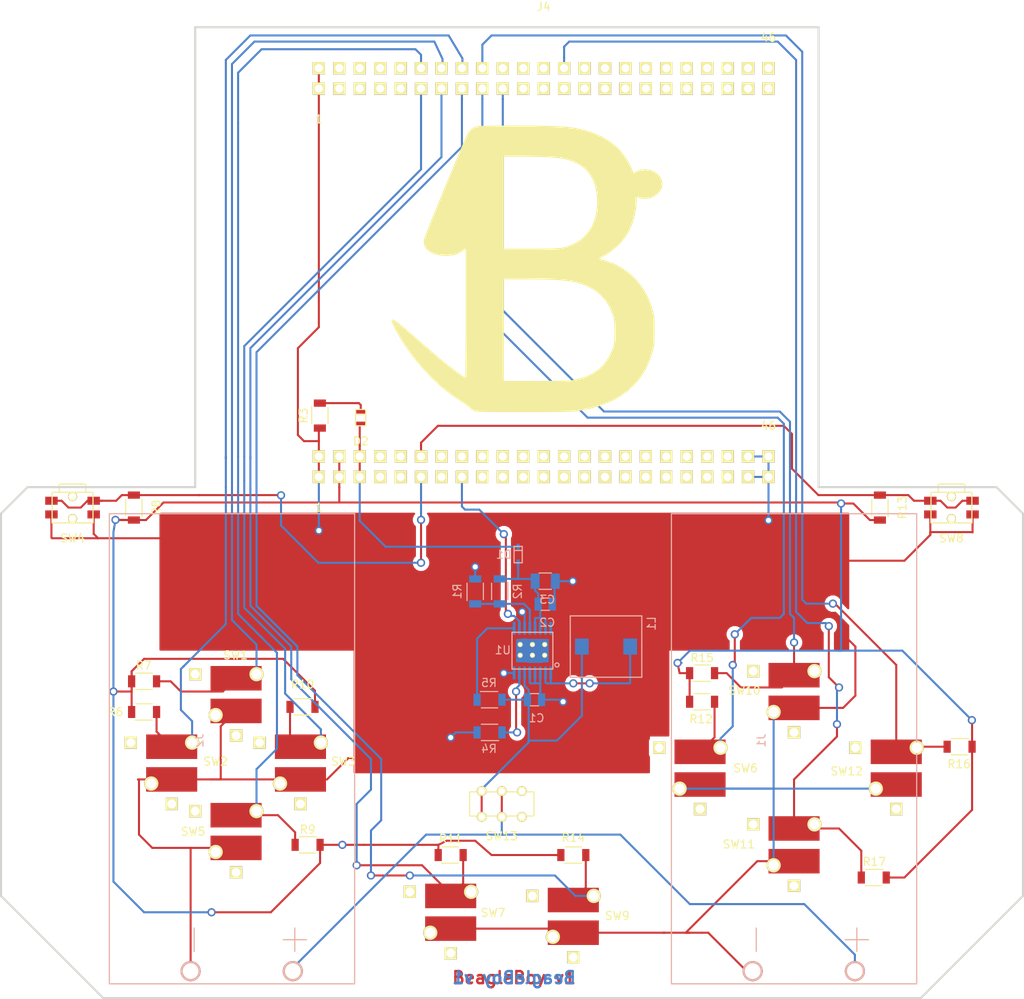
<source format=kicad_pcb>
(kicad_pcb (version 3) (host pcbnew "(2013-05-31 BZR 4019)-stable")

  (general
    (links 125)
    (no_connects 0)
    (area 27.812999 39.13378 155.067001 167.767001)
    (thickness 1.6)
    (drawings 17)
    (tracks 534)
    (zones 0)
    (modules 48)
    (nets 25)
  )

  (page A4)
  (layers
    (15 F.Cu signal)
    (0 B.Cu signal)
    (16 B.Adhes user)
    (17 F.Adhes user)
    (18 B.Paste user)
    (19 F.Paste user)
    (20 B.SilkS user)
    (21 F.SilkS user)
    (22 B.Mask user)
    (23 F.Mask user)
    (24 Dwgs.User user)
    (25 Cmts.User user)
    (26 Eco1.User user)
    (27 Eco2.User user)
    (28 Edge.Cuts user)
  )

  (setup
    (last_trace_width 0.254)
    (user_trace_width 0.2032)
    (user_trace_width 0.508)
    (user_trace_width 1.016)
    (trace_clearance 0.2032)
    (zone_clearance 0.508)
    (zone_45_only yes)
    (trace_min 0.2032)
    (segment_width 0.2)
    (edge_width 0.254)
    (via_size 1.016)
    (via_drill 0.635)
    (via_min_size 0.762)
    (via_min_drill 0.508)
    (uvia_size 0.508)
    (uvia_drill 0.127)
    (uvias_allowed no)
    (uvia_min_size 0.508)
    (uvia_min_drill 0.127)
    (pcb_text_width 0.3)
    (pcb_text_size 1.5 1.5)
    (mod_edge_width 0.15)
    (mod_text_size 0.1397 0.1397)
    (mod_text_width 1.397)
    (pad_size 0.9 1.6)
    (pad_drill 0)
    (pad_to_mask_clearance 0.1524)
    (aux_axis_origin 27.94 167.64)
    (visible_elements 7FFFFFBB)
    (pcbplotparams
      (layerselection 32769)
      (usegerberextensions true)
      (excludeedgelayer true)
      (linewidth 0.150000)
      (plotframeref false)
      (viasonmask true)
      (mode 1)
      (useauxorigin false)
      (hpglpennumber 1)
      (hpglpenspeed 20)
      (hpglpendiameter 15)
      (hpglpenoverlay 2)
      (psnegative false)
      (psa4output false)
      (plotreference true)
      (plotvalue true)
      (plotothertext true)
      (plotinvisibletext false)
      (padsonsilk false)
      (subtractmaskfromsilk false)
      (outputformat 1)
      (mirror false)
      (drillshape 0)
      (scaleselection 1)
      (outputdirectory "C:/Program Files (x86)/KiCad/share/Beagleboy/BB_Gerbers/"))
  )

  (net 0 "")
  (net 1 +3.3V)
  (net 2 +5V)
  (net 3 +BATT)
  (net 4 /EHRPWM2A)
  (net 5 /EHRPWM2B)
  (net 6 /EN)
  (net 7 /FB)
  (net 8 /GPIO0_26)
  (net 9 /GPIO0_27)
  (net 10 /GPIO1_12)
  (net 11 /GPIO1_13)
  (net 12 /GPIO1_14)
  (net 13 /GPIO1_15)
  (net 14 /GPIO1_16)
  (net 15 /GPIO1_28)
  (net 16 /GPIO1_29)
  (net 17 /GPIO2_1)
  (net 18 /LBI)
  (net 19 /SW)
  (net 20 /UART4_RXD)
  (net 21 /VBAT)
  (net 22 /VOUT)
  (net 23 GND)
  (net 24 N-0000021)

  (net_class Default "This is the default net class."
    (clearance 0.2032)
    (trace_width 0.254)
    (via_dia 1.016)
    (via_drill 0.635)
    (uvia_dia 0.508)
    (uvia_drill 0.127)
    (add_net "")
    (add_net +3.3V)
    (add_net +5V)
    (add_net +BATT)
    (add_net /EHRPWM2A)
    (add_net /EHRPWM2B)
    (add_net /EN)
    (add_net /FB)
    (add_net /GPIO0_26)
    (add_net /GPIO0_27)
    (add_net /GPIO1_12)
    (add_net /GPIO1_13)
    (add_net /GPIO1_14)
    (add_net /GPIO1_15)
    (add_net /GPIO1_16)
    (add_net /GPIO1_28)
    (add_net /GPIO1_29)
    (add_net /GPIO2_1)
    (add_net /LBI)
    (add_net /SW)
    (add_net /UART4_RXD)
    (add_net /VBAT)
    (add_net /VOUT)
    (add_net GND)
    (add_net N-0000021)
  )

  (net_class Little ""
    (clearance 0.2032)
    (trace_width 0.2032)
    (via_dia 0.762)
    (via_drill 0.508)
    (uvia_dia 0.508)
    (uvia_drill 0.127)
  )

  (net_class Power ""
    (clearance 0.254)
    (trace_width 0.508)
    (via_dia 0.889)
    (via_drill 0.635)
    (uvia_dia 0.508)
    (uvia_drill 0.127)
  )

  (net_class Power_BIG ""
    (clearance 0.254)
    (trace_width 1.016)
    (via_dia 1.397)
    (via_drill 1.143)
    (uvia_dia 0.508)
    (uvia_drill 0.127)
  )

  (module LOGO (layer F.Cu) (tedit 0) (tstamp 51CF3CD0)
    (at 102.87 72.39)
    (fp_text reference G*** (at 0 32.08782) (layer F.SilkS) hide
      (effects (font (size 1.524 1.524) (thickness 0.3048)))
    )
    (fp_text value LOGO (at 0 -32.08782) (layer F.SilkS) hide
      (effects (font (size 1.524 1.524) (thickness 0.3048)))
    )
    (fp_poly (pts (xy 7.2771 -5.90296) (xy 7.2009 -5.4356) (xy 6.985 -5.01142) (xy 6.65226 -4.6482)
      (xy 6.23316 -4.35864) (xy 5.75056 -4.16052) (xy 5.22986 -4.06908) (xy 4.699 -4.09956)
      (xy 4.3815 -4.18592) (xy 4.064 -4.29768) (xy 4.064 -3.67792) (xy 3.99796 -2.82448)
      (xy 3.81508 -1.9177) (xy 3.52806 -1.0033) (xy 3.15214 -0.13462) (xy 2.70256 0.64008)
      (xy 2.6797 0.67818) (xy 2.1336 1.36144) (xy 1.46558 2.01676) (xy 0.71882 2.60096)
      (xy -0.02794 3.05562) (xy -0.60452 3.36042) (xy 0.09906 3.556) (xy 1.22936 3.95986)
      (xy 2.26568 4.50088) (xy 3.20548 5.17398) (xy 4.04114 5.97408) (xy 4.76504 6.89102)
      (xy 5.36956 7.91718) (xy 5.84962 9.05002) (xy 6.06806 9.75868) (xy 6.14934 10.07364)
      (xy 6.2103 10.34288) (xy 6.25348 10.60704) (xy 6.27888 10.89914) (xy 6.29412 11.25474)
      (xy 6.30174 11.7094) (xy 6.30174 12.27582) (xy 6.2992 12.88796) (xy 6.28904 13.36548)
      (xy 6.27126 13.74648) (xy 6.23824 14.06398) (xy 6.18998 14.35354) (xy 6.12648 14.65072)
      (xy 6.11632 14.68882) (xy 5.73278 15.93342) (xy 5.21462 17.07642) (xy 4.56692 18.11528)
      (xy 3.78714 19.04746) (xy 2.88036 19.87296) (xy 1.84912 20.58924) (xy 1.3081 20.87118)
      (xy 1.3081 12.49426) (xy 1.3081 12.446) (xy 1.30302 11.89736) (xy 1.29032 11.47826)
      (xy 1.26746 11.15314) (xy 1.22936 10.8839) (xy 1.17094 10.63244) (xy 1.10744 10.414)
      (xy 0.7366 9.47166) (xy 0.24384 8.64616) (xy -0.37338 7.93496) (xy -0.84836 7.54888)
      (xy -0.84836 -3.69824) (xy -0.91186 -4.75234) (xy -1.09982 -5.69214) (xy -1.41224 -6.52272)
      (xy -1.8542 -7.239) (xy -2.42316 -7.84606) (xy -3.12166 -8.34644) (xy -3.9497 -8.7376)
      (xy -4.70916 -8.97636) (xy -5.21208 -9.07542) (xy -5.8801 -9.15924) (xy -6.70814 -9.22274)
      (xy -7.69366 -9.271) (xy -8.8265 -9.30148) (xy -10.10666 -9.31164) (xy -10.26668 -9.31418)
      (xy -12.446 -9.31418) (xy -12.446 -3.59918) (xy -12.446 2.11582) (xy -9.15162 2.11582)
      (xy -8.2423 2.11582) (xy -7.48284 2.11074) (xy -6.86054 2.10058) (xy -6.35254 2.08788)
      (xy -5.94614 2.0701) (xy -5.62102 2.04724) (xy -5.36194 2.01676) (xy -5.1943 1.98882)
      (xy -4.59486 1.8288) (xy -3.96494 1.58242) (xy -3.36042 1.27508) (xy -2.8448 0.9398)
      (xy -2.7051 0.82804) (xy -2.05994 0.17018) (xy -1.55194 -0.58674) (xy -1.18364 -1.44272)
      (xy -0.94996 -2.4003) (xy -0.8509 -3.4544) (xy -0.84836 -3.69824) (xy -0.84836 7.54888)
      (xy -1.1176 7.33298) (xy -1.99136 6.84022) (xy -2.4257 6.65226) (xy -2.84988 6.49986)
      (xy -3.28676 6.36778) (xy -3.75412 6.25602) (xy -4.26974 6.16458) (xy -4.84632 6.09092)
      (xy -5.50418 6.0325) (xy -6.25856 5.98932) (xy -7.12724 5.95884) (xy -8.12292 5.94106)
      (xy -9.26338 5.9309) (xy -9.8425 5.92836) (xy -12.446 5.92582) (xy -12.446 12.23518)
      (xy -12.446 18.542) (xy -8.33882 18.542) (xy -7.38886 18.542) (xy -6.5913 18.53946)
      (xy -5.92836 18.53692) (xy -5.3848 18.5293) (xy -4.94284 18.52168) (xy -4.5847 18.50898)
      (xy -4.29514 18.49374) (xy -4.05892 18.47088) (xy -3.85318 18.44548) (xy -3.66522 18.41246)
      (xy -3.4798 18.37436) (xy -3.46202 18.36928) (xy -2.41554 18.06702) (xy -1.49606 17.64792)
      (xy -0.6985 17.11452) (xy -0.02032 16.46428) (xy 0.53594 15.69212) (xy 0.97536 14.80312)
      (xy 1.10998 14.43482) (xy 1.18618 14.19352) (xy 1.24206 13.96746) (xy 1.27762 13.72108)
      (xy 1.29794 13.41882) (xy 1.30556 13.02004) (xy 1.3081 12.49426) (xy 1.3081 20.87118)
      (xy 0.6985 21.19376) (xy -0.57658 21.68652) (xy -1.96596 22.06244) (xy -3.39344 22.30882)
      (xy -3.62458 22.33676) (xy -3.89636 22.35962) (xy -4.22148 22.3774) (xy -4.61518 22.39264)
      (xy -5.08762 22.40534) (xy -5.65658 22.4155) (xy -6.32968 22.42312) (xy -7.1247 22.43074)
      (xy -8.0518 22.43328) (xy -9.12368 22.43328) (xy -10.0711 22.43328) (xy -11.19632 22.43328)
      (xy -12.16406 22.43328) (xy -12.98702 22.43074) (xy -13.68044 22.4282) (xy -14.25448 22.42312)
      (xy -14.72184 22.41804) (xy -15.09776 22.40788) (xy -15.3924 22.39772) (xy -15.621 22.38248)
      (xy -15.79118 22.3647) (xy -15.92326 22.34438) (xy -16.02232 22.31898) (xy -16.10614 22.2885)
      (xy -16.17218 22.26056) (xy -16.44396 22.10562) (xy -16.67764 21.91766) (xy -16.74114 21.84908)
      (xy -16.9037 21.69414) (xy -17.16278 21.49602) (xy -17.47266 21.29028) (xy -17.54632 21.2471)
      (xy -18.87982 20.36826) (xy -20.18538 19.33702) (xy -21.45284 18.16862) (xy -22.65934 16.88084)
      (xy -23.79472 15.48638) (xy -24.8412 14.00048) (xy -25.19426 13.44676) (xy -25.4889 12.95654)
      (xy -25.57018 12.81176) (xy -25.57018 11.811) (xy -25.61336 11.76782) (xy -25.654 11.811)
      (xy -25.61336 11.85418) (xy -25.57018 11.811) (xy -25.57018 12.81176) (xy -25.76068 12.47394)
      (xy -25.99944 12.02182) (xy -26.18994 11.63066) (xy -26.32456 11.31824) (xy -26.38806 11.10996)
      (xy -26.38552 11.049) (xy -26.3398 10.96518) (xy -26.26614 10.92708) (xy -26.15692 10.93978)
      (xy -26.00198 11.0109) (xy -25.78608 11.1506) (xy -25.49906 11.3665) (xy -25.13076 11.66622)
      (xy -24.67102 12.05738) (xy -24.1046 12.5476) (xy -23.58136 13.0048) (xy -22.98446 13.5255)
      (xy -22.3774 14.05128) (xy -21.78304 14.5669) (xy -21.22678 15.04442) (xy -20.72894 15.46606)
      (xy -20.31746 15.81404) (xy -20.08886 16.00454) (xy -19.685 16.3322) (xy -19.25066 16.67256)
      (xy -18.8087 17.01292) (xy -18.38198 17.33296) (xy -17.99336 17.61998) (xy -17.66316 17.8562)
      (xy -17.41424 18.02384) (xy -17.26692 18.1102) (xy -17.24152 18.11782) (xy -17.2339 18.03654)
      (xy -17.22628 17.79524) (xy -17.2212 17.40916) (xy -17.21358 16.88846) (xy -17.2085 16.2433)
      (xy -17.20342 15.48892) (xy -17.19834 14.63548) (xy -17.19326 13.69568) (xy -17.19072 12.67714)
      (xy -17.19072 11.5951) (xy -17.18818 10.45972) (xy -17.18818 10.11682) (xy -17.18818 2.11836)
      (xy -17.5641 2.40538) (xy -17.99844 2.68478) (xy -18.46326 2.86766) (xy -18.9992 2.9718)
      (xy -19.65198 3.00228) (xy -19.685 3.00228) (xy -20.41906 2.95148) (xy -21.05152 2.8067)
      (xy -21.57984 2.57556) (xy -21.98624 2.26568) (xy -22.26056 1.88722) (xy -22.39518 1.45034)
      (xy -22.38756 1.03378) (xy -22.34438 0.88138) (xy -22.24024 0.58674) (xy -22.08022 0.1651)
      (xy -21.87448 -0.3683) (xy -21.62556 -0.99822) (xy -21.34108 -1.71196) (xy -21.02612 -2.49174)
      (xy -20.68576 -3.3274) (xy -20.32762 -4.20116) (xy -19.95932 -5.09778) (xy -19.5834 -6.00456)
      (xy -19.21002 -6.90626) (xy -18.84172 -7.78764) (xy -18.48358 -8.636) (xy -18.14576 -9.43356)
      (xy -17.83334 -10.17016) (xy -17.54886 -10.82548) (xy -17.30248 -11.38936) (xy -17.09928 -11.84656)
      (xy -16.94434 -12.18184) (xy -16.84274 -12.37742) (xy -16.81988 -12.41552) (xy -16.4592 -12.77366)
      (xy -16.129 -12.97178) (xy -16.02486 -13.0175) (xy -15.91818 -13.05814) (xy -15.7988 -13.08862)
      (xy -15.64386 -13.11402) (xy -15.4432 -13.13434) (xy -15.17396 -13.14958) (xy -14.82344 -13.16228)
      (xy -14.37132 -13.1699) (xy -13.80744 -13.17752) (xy -13.1064 -13.18514) (xy -12.26058 -13.19022)
      (xy -12.065 -13.19276) (xy -10.65022 -13.19784) (xy -9.31672 -13.19022) (xy -8.08228 -13.17244)
      (xy -6.95452 -13.14196) (xy -5.94868 -13.10132) (xy -5.07238 -13.05306) (xy -4.3434 -12.9921)
      (xy -3.76682 -12.92352) (xy -3.6957 -12.91082) (xy -2.40538 -12.6365) (xy -1.20904 -12.24534)
      (xy -0.1143 -11.74242) (xy 0.86614 -11.13282) (xy 1.71958 -10.42162) (xy 1.95834 -10.18032)
      (xy 2.26568 -9.81456) (xy 2.59588 -9.35736) (xy 2.921 -8.85698) (xy 3.20802 -8.3566)
      (xy 3.43408 -7.90194) (xy 3.54584 -7.61238) (xy 3.64236 -7.31012) (xy 4.0767 -7.52348)
      (xy 4.61264 -7.71144) (xy 5.15874 -7.76478) (xy 5.6896 -7.6962) (xy 6.18236 -7.5184)
      (xy 6.61162 -7.24154) (xy 6.95452 -6.88086) (xy 7.18312 -6.44652) (xy 7.2771 -5.95122)
      (xy 7.2771 -5.90296) (xy 7.2771 -5.90296)) (layer F.SilkS) (width 0.00254))
  )

  (module 1206_resistor (layer F.Cu) (tedit 51D0CDEB) (tstamp 51CD12CC)
    (at 147.066 136.398)
    (path /51CCF824)
    (fp_text reference R16 (at -0.0635 2.159) (layer F.SilkS)
      (effects (font (size 1 1) (thickness 0.15)))
    )
    (fp_text value 10K (at 0 2.794) (layer F.SilkS) hide
      (effects (font (size 1 1) (thickness 0.15)))
    )
    (fp_line (start -1.016 -1.016) (end 1.143 -1.016) (layer F.SilkS) (width 0.15))
    (fp_line (start -1.016 1.016) (end 1.016 1.016) (layer F.SilkS) (width 0.15))
    (pad 1 smd rect (at -1.55 0) (size 0.9 1.5)
      (layers F.Cu F.Paste F.Mask)
      (net 17 /GPIO2_1)
    )
    (pad 2 smd rect (at 1.55 0) (size 0.9 1.5)
      (layers F.Cu F.Paste F.Mask)
      (net 1 +3.3V)
    )
  )

  (module 1206_resistor (layer F.Cu) (tedit 51D0CDC2) (tstamp 51CD12C4)
    (at 99.06 149.86 180)
    (path /51CCF81E)
    (fp_text reference R14 (at 0 2.159 180) (layer F.SilkS)
      (effects (font (size 1 1) (thickness 0.15)))
    )
    (fp_text value 10K (at 0 2.794 180) (layer F.SilkS) hide
      (effects (font (size 1 1) (thickness 0.15)))
    )
    (fp_line (start -1.016 -1.016) (end 1.143 -1.016) (layer F.SilkS) (width 0.15))
    (fp_line (start -1.016 1.016) (end 1.016 1.016) (layer F.SilkS) (width 0.15))
    (pad 1 smd rect (at -1.55 0 180) (size 0.9 1.5)
      (layers F.Cu F.Paste F.Mask)
      (net 13 /GPIO1_15)
    )
    (pad 2 smd rect (at 1.55 0 180) (size 0.9 1.5)
      (layers F.Cu F.Paste F.Mask)
      (net 1 +3.3V)
    )
  )

  (module 1206_resistor (layer F.Cu) (tedit 51C92555) (tstamp 51CD12BC)
    (at 137.16 106.68 270)
    (path /51CCF818)
    (fp_text reference R13 (at 0 -2.794 270) (layer F.SilkS)
      (effects (font (size 1 1) (thickness 0.15)))
    )
    (fp_text value 10K (at 0 2.794 270) (layer F.SilkS) hide
      (effects (font (size 1 1) (thickness 0.15)))
    )
    (fp_line (start -1.016 -1.016) (end 1.143 -1.016) (layer F.SilkS) (width 0.15))
    (fp_line (start -1.016 1.016) (end 1.016 1.016) (layer F.SilkS) (width 0.15))
    (pad 1 smd rect (at -1.55 0 270) (size 0.9 1.5)
      (layers F.Cu F.Paste F.Mask)
      (net 15 /GPIO1_28)
    )
    (pad 2 smd rect (at 1.55 0 270) (size 0.9 1.5)
      (layers F.Cu F.Paste F.Mask)
      (net 1 +3.3V)
    )
  )

  (module 1206_resistor (layer F.Cu) (tedit 51D0CDBE) (tstamp 51CD12B4)
    (at 83.82 149.86 180)
    (path /51CCF812)
    (fp_text reference R11 (at 0 2.032 180) (layer F.SilkS)
      (effects (font (size 1 1) (thickness 0.15)))
    )
    (fp_text value 10K (at 0 2.794 180) (layer F.SilkS) hide
      (effects (font (size 1 1) (thickness 0.15)))
    )
    (fp_line (start -1.016 -1.016) (end 1.143 -1.016) (layer F.SilkS) (width 0.15))
    (fp_line (start -1.016 1.016) (end 1.016 1.016) (layer F.SilkS) (width 0.15))
    (pad 1 smd rect (at -1.55 0 180) (size 0.9 1.5)
      (layers F.Cu F.Paste F.Mask)
      (net 5 /EHRPWM2B)
    )
    (pad 2 smd rect (at 1.55 0 180) (size 0.9 1.5)
      (layers F.Cu F.Paste F.Mask)
      (net 1 +3.3V)
    )
  )

  (module 1206_resistor (layer F.Cu) (tedit 51D0CD5F) (tstamp 51CD12AC)
    (at 44.45 106.68 270)
    (path /51CCF80C)
    (fp_text reference R8 (at 0 -2.794 270) (layer F.SilkS)
      (effects (font (size 1 1) (thickness 0.15)))
    )
    (fp_text value 10K (at 0 2.794 270) (layer F.SilkS) hide
      (effects (font (size 1 1) (thickness 0.15)))
    )
    (fp_line (start -1.016 -1.016) (end 1.143 -1.016) (layer F.SilkS) (width 0.15))
    (fp_line (start -1.016 1.016) (end 1.016 1.016) (layer F.SilkS) (width 0.15))
    (pad 1 smd rect (at -1.55 0 270) (size 0.9 1.5)
      (layers F.Cu F.Paste F.Mask)
      (net 20 /UART4_RXD)
    )
    (pad 2 smd rect (at 1.55 0 270) (size 0.9 1.5)
      (layers F.Cu F.Paste F.Mask)
      (net 1 +3.3V)
    )
  )

  (module 1206_resistor (layer F.Cu) (tedit 51C92555) (tstamp 51CD12A4)
    (at 65.405 131.445)
    (path /51CCF806)
    (fp_text reference R10 (at 0 -2.794) (layer F.SilkS)
      (effects (font (size 1 1) (thickness 0.15)))
    )
    (fp_text value 10K (at 0 2.794) (layer F.SilkS) hide
      (effects (font (size 1 1) (thickness 0.15)))
    )
    (fp_line (start -1.016 -1.016) (end 1.143 -1.016) (layer F.SilkS) (width 0.15))
    (fp_line (start -1.016 1.016) (end 1.016 1.016) (layer F.SilkS) (width 0.15))
    (pad 1 smd rect (at -1.55 0) (size 0.9 1.5)
      (layers F.Cu F.Paste F.Mask)
      (net 11 /GPIO1_13)
    )
    (pad 2 smd rect (at 1.55 0) (size 0.9 1.5)
      (layers F.Cu F.Paste F.Mask)
      (net 1 +3.3V)
    )
  )

  (module 1206_resistor (layer F.Cu) (tedit 51D0CD9C) (tstamp 51CD129C)
    (at 45.72 128.27 180)
    (path /51CCF800)
    (fp_text reference R7 (at 0.0635 1.9685 180) (layer F.SilkS)
      (effects (font (size 1 1) (thickness 0.15)))
    )
    (fp_text value 10K (at 0 2.794 180) (layer F.SilkS) hide
      (effects (font (size 1 1) (thickness 0.15)))
    )
    (fp_line (start -1.016 -1.016) (end 1.143 -1.016) (layer F.SilkS) (width 0.15))
    (fp_line (start -1.016 1.016) (end 1.016 1.016) (layer F.SilkS) (width 0.15))
    (pad 1 smd rect (at -1.55 0 180) (size 0.9 1.5)
      (layers F.Cu F.Paste F.Mask)
      (net 8 /GPIO0_26)
    )
    (pad 2 smd rect (at 1.55 0 180) (size 0.9 1.5)
      (layers F.Cu F.Paste F.Mask)
      (net 1 +3.3V)
    )
  )

  (module 1206_resistor (layer F.Cu) (tedit 51D0CDCD) (tstamp 51CD1294)
    (at 136.398 152.654)
    (path /51CCF7FA)
    (fp_text reference R17 (at 0.0635 -1.9685) (layer F.SilkS)
      (effects (font (size 1 1) (thickness 0.15)))
    )
    (fp_text value 10K (at 0 2.794) (layer F.SilkS) hide
      (effects (font (size 1 1) (thickness 0.15)))
    )
    (fp_line (start -1.016 -1.016) (end 1.143 -1.016) (layer F.SilkS) (width 0.15))
    (fp_line (start -1.016 1.016) (end 1.016 1.016) (layer F.SilkS) (width 0.15))
    (pad 1 smd rect (at -1.55 0) (size 0.9 1.5)
      (layers F.Cu F.Paste F.Mask)
      (net 16 /GPIO1_29)
    )
    (pad 2 smd rect (at 1.55 0) (size 0.9 1.5)
      (layers F.Cu F.Paste F.Mask)
      (net 1 +3.3V)
    )
  )

  (module 1206_resistor (layer F.Cu) (tedit 51D0CDD9) (tstamp 51CD128C)
    (at 115.062 127.254 180)
    (path /51CCF7F4)
    (fp_text reference R15 (at 0 1.905 180) (layer F.SilkS)
      (effects (font (size 1 1) (thickness 0.15)))
    )
    (fp_text value 10K (at 0 2.794 180) (layer F.SilkS) hide
      (effects (font (size 1 1) (thickness 0.15)))
    )
    (fp_line (start -1.016 -1.016) (end 1.143 -1.016) (layer F.SilkS) (width 0.15))
    (fp_line (start -1.016 1.016) (end 1.016 1.016) (layer F.SilkS) (width 0.15))
    (pad 1 smd rect (at -1.55 0 180) (size 0.9 1.5)
      (layers F.Cu F.Paste F.Mask)
      (net 4 /EHRPWM2A)
    )
    (pad 2 smd rect (at 1.55 0 180) (size 0.9 1.5)
      (layers F.Cu F.Paste F.Mask)
      (net 1 +3.3V)
    )
  )

  (module 1206_resistor (layer F.Cu) (tedit 51D0CDDD) (tstamp 51CD1284)
    (at 115.062 130.81 180)
    (path /51CCF7EE)
    (fp_text reference R12 (at 0.127 -2.159 180) (layer F.SilkS)
      (effects (font (size 1 1) (thickness 0.15)))
    )
    (fp_text value 10K (at 0 2.794 180) (layer F.SilkS) hide
      (effects (font (size 1 1) (thickness 0.15)))
    )
    (fp_line (start -1.016 -1.016) (end 1.143 -1.016) (layer F.SilkS) (width 0.15))
    (fp_line (start -1.016 1.016) (end 1.016 1.016) (layer F.SilkS) (width 0.15))
    (pad 1 smd rect (at -1.55 0 180) (size 0.9 1.5)
      (layers F.Cu F.Paste F.Mask)
      (net 9 /GPIO0_27)
    )
    (pad 2 smd rect (at 1.55 0 180) (size 0.9 1.5)
      (layers F.Cu F.Paste F.Mask)
      (net 1 +3.3V)
    )
  )

  (module 1206_resistor (layer F.Cu) (tedit 51D0CDB8) (tstamp 51CD127C)
    (at 66.04 148.59)
    (path /51CCF7E8)
    (fp_text reference R9 (at 0 -1.905) (layer F.SilkS)
      (effects (font (size 1 1) (thickness 0.15)))
    )
    (fp_text value 10K (at 0 2.794) (layer F.SilkS) hide
      (effects (font (size 1 1) (thickness 0.15)))
    )
    (fp_line (start -1.016 -1.016) (end 1.143 -1.016) (layer F.SilkS) (width 0.15))
    (fp_line (start -1.016 1.016) (end 1.016 1.016) (layer F.SilkS) (width 0.15))
    (pad 1 smd rect (at -1.55 0) (size 0.9 1.5)
      (layers F.Cu F.Paste F.Mask)
      (net 10 /GPIO1_12)
    )
    (pad 2 smd rect (at 1.55 0) (size 0.9 1.5)
      (layers F.Cu F.Paste F.Mask)
      (net 1 +3.3V)
    )
  )

  (module 1206_resistor (layer F.Cu) (tedit 51D0CDA1) (tstamp 51CD1274)
    (at 45.72 132.08 180)
    (path /51CCF7D6)
    (fp_text reference R6 (at 3.556 0 180) (layer F.SilkS)
      (effects (font (size 1 1) (thickness 0.15)))
    )
    (fp_text value 10K (at 0 2.794 180) (layer F.SilkS) hide
      (effects (font (size 1 1) (thickness 0.15)))
    )
    (fp_line (start -1.016 -1.016) (end 1.143 -1.016) (layer F.SilkS) (width 0.15))
    (fp_line (start -1.016 1.016) (end 1.016 1.016) (layer F.SilkS) (width 0.15))
    (pad 1 smd rect (at -1.55 0 180) (size 0.9 1.5)
      (layers F.Cu F.Paste F.Mask)
      (net 12 /GPIO1_14)
    )
    (pad 2 smd rect (at 1.55 0 180) (size 0.9 1.5)
      (layers F.Cu F.Paste F.Mask)
      (net 1 +3.3V)
    )
  )

  (module 1206_resistor (layer B.Cu) (tedit 51D0CDF5) (tstamp 51CBCCFC)
    (at 88.646 130.556 180)
    (path /51CBEA80)
    (fp_text reference R5 (at 0.0635 2.0955 180) (layer B.SilkS)
      (effects (font (size 1 1) (thickness 0.15)) (justify mirror))
    )
    (fp_text value 10K (at 0 -2.794 180) (layer B.SilkS) hide
      (effects (font (size 1 1) (thickness 0.15)) (justify mirror))
    )
    (fp_line (start -1.016 1.016) (end 1.143 1.016) (layer B.SilkS) (width 0.15))
    (fp_line (start -1.016 -1.016) (end 1.016 -1.016) (layer B.SilkS) (width 0.15))
    (pad 1 smd rect (at -1.55 0 180) (size 0.9 1.5)
      (layers B.Cu B.Paste B.Mask)
      (net 21 /VBAT)
    )
    (pad 2 smd rect (at 1.55 0 180) (size 0.9 1.5)
      (layers B.Cu B.Paste B.Mask)
      (net 6 /EN)
    )
  )

  (module 1206_resistor (layer B.Cu) (tedit 51D0CE05) (tstamp 51CA56E5)
    (at 86.868 117.094 270)
    (path /51C92EA2)
    (fp_text reference R1 (at 0 2.2225 270) (layer B.SilkS)
      (effects (font (size 1 1) (thickness 0.15)) (justify mirror))
    )
    (fp_text value 180K (at 0 -2.794 270) (layer B.SilkS) hide
      (effects (font (size 1 1) (thickness 0.15)) (justify mirror))
    )
    (fp_line (start -1.016 1.016) (end 1.143 1.016) (layer B.SilkS) (width 0.15))
    (fp_line (start -1.016 -1.016) (end 1.016 -1.016) (layer B.SilkS) (width 0.15))
    (pad 1 smd rect (at -1.55 0 270) (size 0.9 1.5)
      (layers B.Cu B.Paste B.Mask)
      (net 23 GND)
    )
    (pad 2 smd rect (at 1.55 0 270) (size 0.9 1.5)
      (layers B.Cu B.Paste B.Mask)
      (net 7 /FB)
    )
  )

  (module 1206_resistor (layer B.Cu) (tedit 51D0CE03) (tstamp 51CA56DD)
    (at 89.916 117.094 90)
    (path /51C92EB1)
    (fp_text reference R2 (at 0 2.2225 90) (layer B.SilkS)
      (effects (font (size 1 1) (thickness 0.15)) (justify mirror))
    )
    (fp_text value 1.74M (at 0 -2.794 90) (layer B.SilkS) hide
      (effects (font (size 1 1) (thickness 0.15)) (justify mirror))
    )
    (fp_line (start -1.016 1.016) (end 1.143 1.016) (layer B.SilkS) (width 0.15))
    (fp_line (start -1.016 -1.016) (end 1.016 -1.016) (layer B.SilkS) (width 0.15))
    (pad 1 smd rect (at -1.55 0 90) (size 0.9 1.5)
      (layers B.Cu B.Paste B.Mask)
      (net 7 /FB)
    )
    (pad 2 smd rect (at 1.55 0 90) (size 0.9 1.5)
      (layers B.Cu B.Paste B.Mask)
      (net 22 /VOUT)
    )
  )

  (module 1206_resistor (layer F.Cu) (tedit 51D0CD94) (tstamp 51CA56D5)
    (at 67.564 95.25 90)
    (path /51C92EC0)
    (fp_text reference R3 (at 0 -2.032 90) (layer F.SilkS)
      (effects (font (size 1 1) (thickness 0.15)))
    )
    (fp_text value 510 (at 0 2.794 90) (layer F.SilkS) hide
      (effects (font (size 1 1) (thickness 0.15)))
    )
    (fp_line (start -1.016 -1.016) (end 1.143 -1.016) (layer F.SilkS) (width 0.15))
    (fp_line (start -1.016 1.016) (end 1.016 1.016) (layer F.SilkS) (width 0.15))
    (pad 1 smd rect (at -1.55 0 90) (size 0.9 1.5)
      (layers F.Cu F.Paste F.Mask)
      (net 23 GND)
    )
    (pad 2 smd rect (at 1.55 0 90) (size 0.9 1.5)
      (layers F.Cu F.Paste F.Mask)
      (net 24 N-0000021)
    )
  )

  (module 1206_resistor (layer B.Cu) (tedit 51D0CDF7) (tstamp 51CA56CD)
    (at 88.646 134.62)
    (path /51C92ECF)
    (fp_text reference R4 (at -0.0635 2.032) (layer B.SilkS)
      (effects (font (size 1 1) (thickness 0.15)) (justify mirror))
    )
    (fp_text value 0 (at 0 -2.794) (layer B.SilkS) hide
      (effects (font (size 1 1) (thickness 0.15)) (justify mirror))
    )
    (fp_line (start -1.016 1.016) (end 1.143 1.016) (layer B.SilkS) (width 0.15))
    (fp_line (start -1.016 -1.016) (end 1.016 -1.016) (layer B.SilkS) (width 0.15))
    (pad 1 smd rect (at -1.55 0) (size 0.9 1.5)
      (layers B.Cu B.Paste B.Mask)
      (net 23 GND)
    )
    (pad 2 smd rect (at 1.55 0) (size 0.9 1.5)
      (layers B.Cu B.Paste B.Mask)
      (net 18 /LBI)
    )
  )

  (module BH2AAPC (layer B.Cu) (tedit 51CF6827) (tstamp 51CF8E80)
    (at 126.492 135.382 270)
    (path /51C92FFC)
    (fp_text reference J1 (at 0.254 4.064 270) (layer B.SilkS)
      (effects (font (size 1 1) (thickness 0.15)) (justify mirror))
    )
    (fp_text value 2AA_BATT (at 0 -3.81 270) (layer B.SilkS) hide
      (effects (font (size 1 1) (thickness 0.15)) (justify mirror))
    )
    (fp_text user + (at 25 -7.5 270) (layer B.SilkS)
      (effects (font (size 3.81 3.81) (thickness 0.15)) (justify mirror))
    )
    (fp_text user - (at 25 5 270) (layer B.SilkS)
      (effects (font (size 3.81 3.81) (thickness 0.15)) (justify mirror))
    )
    (fp_line (start 30.48 -15.24) (end -27.94 -15.24) (layer B.SilkS) (width 0.15))
    (fp_line (start -27.94 -15.24) (end -27.94 15.24) (layer B.SilkS) (width 0.15))
    (fp_line (start -27.94 15.24) (end 30.48 15.24) (layer B.SilkS) (width 0.15))
    (fp_line (start 30.48 15.24) (end 30.48 0) (layer B.SilkS) (width 0.15))
    (fp_line (start 30.48 0) (end 30.48 -15.24) (layer B.SilkS) (width 0.15))
    (pad 2 thru_hole circle (at 28.905 -7.56 270) (size 2.5 2.5) (drill 1.95)
      (layers *.Cu *.Mask B.SilkS)
      (net 3 +BATT)
    )
    (pad 1 thru_hole circle (at 28.905 5.14 270) (size 2.5 2.5) (drill 1.95)
      (layers *.Cu *.Mask B.SilkS)
      (net 23 GND)
    )
  )

  (module BH2AAPC (layer B.Cu) (tedit 51CF6827) (tstamp 51CF8E8E)
    (at 56.642 135.382 270)
    (path /51C9300B)
    (fp_text reference J2 (at 0.254 4.064 270) (layer B.SilkS)
      (effects (font (size 1 1) (thickness 0.15)) (justify mirror))
    )
    (fp_text value 2AA_BATT (at 0 -3.81 270) (layer B.SilkS) hide
      (effects (font (size 1 1) (thickness 0.15)) (justify mirror))
    )
    (fp_text user + (at 25 -7.5 270) (layer B.SilkS)
      (effects (font (size 3.81 3.81) (thickness 0.15)) (justify mirror))
    )
    (fp_text user - (at 25 5 270) (layer B.SilkS)
      (effects (font (size 3.81 3.81) (thickness 0.15)) (justify mirror))
    )
    (fp_line (start 30.48 -15.24) (end -27.94 -15.24) (layer B.SilkS) (width 0.15))
    (fp_line (start -27.94 -15.24) (end -27.94 15.24) (layer B.SilkS) (width 0.15))
    (fp_line (start -27.94 15.24) (end 30.48 15.24) (layer B.SilkS) (width 0.15))
    (fp_line (start 30.48 15.24) (end 30.48 0) (layer B.SilkS) (width 0.15))
    (fp_line (start 30.48 0) (end 30.48 -15.24) (layer B.SilkS) (width 0.15))
    (pad 2 thru_hole circle (at 28.905 -7.56 270) (size 2.5 2.5) (drill 1.95)
      (layers *.Cu *.Mask B.SilkS)
      (net 3 +BATT)
    )
    (pad 1 thru_hole circle (at 28.905 5.14 270) (size 2.5 2.5) (drill 1.95)
      (layers *.Cu *.Mask B.SilkS)
      (net 23 GND)
    )
  )

  (module SNES_switch (layer F.Cu) (tedit 51D0CDB5) (tstamp 51CA702D)
    (at 57.15 146.939)
    (path /51C92FA0)
    (fp_text reference SW5 (at -5.334 0) (layer F.SilkS)
      (effects (font (size 1 1) (thickness 0.15)))
    )
    (fp_text value SPST (at -6 0) (layer F.SilkS) hide
      (effects (font (size 1 1) (thickness 0.15)))
    )
    (pad 1 smd rect (at 0 -2.032) (size 6.35 3.048)
      (layers F.Cu F.Paste F.Mask)
      (net 10 /GPIO1_12)
    )
    (pad 2 smd rect (at 0 2.032) (size 6.35 3.048)
      (layers F.Cu F.Paste F.Mask)
      (net 23 GND)
    )
    (pad 3 thru_hole circle (at 2.54 -2.54) (size 1.778 1.778) (drill 1.3)
      (layers *.Cu *.Mask F.SilkS)
      (net 10 /GPIO1_12)
    )
    (pad 4 thru_hole circle (at -2.54 2.54) (size 1.778 1.778) (drill 1.3)
      (layers *.Cu *.Mask F.SilkS)
      (net 23 GND)
    )
    (pad 5 thru_hole rect (at -5.08 -2.54) (size 1.524 1.524) (drill 1.1)
      (layers *.Cu *.Mask F.SilkS)
    )
    (pad 6 thru_hole rect (at 0 5.08) (size 1.524 1.524) (drill 1.1)
      (layers *.Cu *.Mask F.SilkS)
    )
  )

  (module SNES_switch (layer F.Cu) (tedit 51D0CDB0) (tstamp 51CBA666)
    (at 65.151 138.43)
    (path /51C92FCA)
    (fp_text reference SW3 (at 5.334 -0.1905) (layer F.SilkS)
      (effects (font (size 1 1) (thickness 0.15)))
    )
    (fp_text value SPST (at -6 0) (layer F.SilkS) hide
      (effects (font (size 1 1) (thickness 0.15)))
    )
    (pad 1 smd rect (at 0 -2.032) (size 6.35 3.048)
      (layers F.Cu F.Paste F.Mask)
      (net 11 /GPIO1_13)
    )
    (pad 2 smd rect (at 0 2.032) (size 6.35 3.048)
      (layers F.Cu F.Paste F.Mask)
      (net 23 GND)
    )
    (pad 3 thru_hole circle (at 2.54 -2.54) (size 1.778 1.778) (drill 1.3)
      (layers *.Cu *.Mask F.SilkS)
      (net 11 /GPIO1_13)
    )
    (pad 4 thru_hole circle (at -2.54 2.54) (size 1.778 1.778) (drill 1.3)
      (layers *.Cu *.Mask F.SilkS)
      (net 23 GND)
    )
    (pad 5 thru_hole rect (at -5.08 -2.54) (size 1.524 1.524) (drill 1.1)
      (layers *.Cu *.Mask F.SilkS)
    )
    (pad 6 thru_hole rect (at 0 5.08) (size 1.524 1.524) (drill 1.1)
      (layers *.Cu *.Mask F.SilkS)
    )
  )

  (module SNES_switch (layer F.Cu) (tedit 51D0CDC5) (tstamp 51CA5635)
    (at 83.82 156.972)
    (path /51C92FC4)
    (fp_text reference SW7 (at 5.2705 0.0635) (layer F.SilkS)
      (effects (font (size 1 1) (thickness 0.15)))
    )
    (fp_text value SPST (at -6 0) (layer F.SilkS) hide
      (effects (font (size 1 1) (thickness 0.15)))
    )
    (pad 1 smd rect (at 0 -2.032) (size 6.35 3.048)
      (layers F.Cu F.Paste F.Mask)
      (net 5 /EHRPWM2B)
    )
    (pad 2 smd rect (at 0 2.032) (size 6.35 3.048)
      (layers F.Cu F.Paste F.Mask)
      (net 23 GND)
    )
    (pad 3 thru_hole circle (at 2.54 -2.54) (size 1.778 1.778) (drill 1.3)
      (layers *.Cu *.Mask F.SilkS)
      (net 5 /EHRPWM2B)
    )
    (pad 4 thru_hole circle (at -2.54 2.54) (size 1.778 1.778) (drill 1.3)
      (layers *.Cu *.Mask F.SilkS)
      (net 23 GND)
    )
    (pad 5 thru_hole rect (at -5.08 -2.54) (size 1.524 1.524) (drill 1.1)
      (layers *.Cu *.Mask F.SilkS)
    )
    (pad 6 thru_hole rect (at 0 5.08) (size 1.524 1.524) (drill 1.1)
      (layers *.Cu *.Mask F.SilkS)
    )
  )

  (module SNES_switch (layer F.Cu) (tedit 51D0CDCA) (tstamp 51CA563F)
    (at 99.06 157.48)
    (path /51C92FBE)
    (fp_text reference SW9 (at 5.461 -0.0635) (layer F.SilkS)
      (effects (font (size 1 1) (thickness 0.15)))
    )
    (fp_text value SPST (at -6 0) (layer F.SilkS) hide
      (effects (font (size 1 1) (thickness 0.15)))
    )
    (pad 1 smd rect (at 0 -2.032) (size 6.35 3.048)
      (layers F.Cu F.Paste F.Mask)
      (net 13 /GPIO1_15)
    )
    (pad 2 smd rect (at 0 2.032) (size 6.35 3.048)
      (layers F.Cu F.Paste F.Mask)
      (net 23 GND)
    )
    (pad 3 thru_hole circle (at 2.54 -2.54) (size 1.778 1.778) (drill 1.3)
      (layers *.Cu *.Mask F.SilkS)
      (net 13 /GPIO1_15)
    )
    (pad 4 thru_hole circle (at -2.54 2.54) (size 1.778 1.778) (drill 1.3)
      (layers *.Cu *.Mask F.SilkS)
      (net 23 GND)
    )
    (pad 5 thru_hole rect (at -5.08 -2.54) (size 1.524 1.524) (drill 1.1)
      (layers *.Cu *.Mask F.SilkS)
    )
    (pad 6 thru_hole rect (at 0 5.08) (size 1.524 1.524) (drill 1.1)
      (layers *.Cu *.Mask F.SilkS)
    )
  )

  (module SNES_switch (layer F.Cu) (tedit 51D0CDE7) (tstamp 51CA5649)
    (at 139.192 139.065)
    (path /51C92FB8)
    (fp_text reference SW12 (at -6.1595 0.381) (layer F.SilkS)
      (effects (font (size 1 1) (thickness 0.15)))
    )
    (fp_text value SPST (at -6 0) (layer F.SilkS) hide
      (effects (font (size 1 1) (thickness 0.15)))
    )
    (pad 1 smd rect (at 0 -2.032) (size 6.35 3.048)
      (layers F.Cu F.Paste F.Mask)
      (net 17 /GPIO2_1)
    )
    (pad 2 smd rect (at 0 2.032) (size 6.35 3.048)
      (layers F.Cu F.Paste F.Mask)
      (net 23 GND)
    )
    (pad 3 thru_hole circle (at 2.54 -2.54) (size 1.778 1.778) (drill 1.3)
      (layers *.Cu *.Mask F.SilkS)
      (net 17 /GPIO2_1)
    )
    (pad 4 thru_hole circle (at -2.54 2.54) (size 1.778 1.778) (drill 1.3)
      (layers *.Cu *.Mask F.SilkS)
      (net 23 GND)
    )
    (pad 5 thru_hole rect (at -5.08 -2.54) (size 1.524 1.524) (drill 1.1)
      (layers *.Cu *.Mask F.SilkS)
    )
    (pad 6 thru_hole rect (at 0 5.08) (size 1.524 1.524) (drill 1.1)
      (layers *.Cu *.Mask F.SilkS)
    )
  )

  (module SNES_switch (layer F.Cu) (tedit 51D0CDD1) (tstamp 51CA5653)
    (at 126.492 148.59)
    (path /51C92FB2)
    (fp_text reference SW11 (at -6.858 -0.0635) (layer F.SilkS)
      (effects (font (size 1 1) (thickness 0.15)))
    )
    (fp_text value SPST (at -6 0) (layer F.SilkS) hide
      (effects (font (size 1 1) (thickness 0.15)))
    )
    (pad 1 smd rect (at 0 -2.032) (size 6.35 3.048)
      (layers F.Cu F.Paste F.Mask)
      (net 16 /GPIO1_29)
    )
    (pad 2 smd rect (at 0 2.032) (size 6.35 3.048)
      (layers F.Cu F.Paste F.Mask)
      (net 23 GND)
    )
    (pad 3 thru_hole circle (at 2.54 -2.54) (size 1.778 1.778) (drill 1.3)
      (layers *.Cu *.Mask F.SilkS)
      (net 16 /GPIO1_29)
    )
    (pad 4 thru_hole circle (at -2.54 2.54) (size 1.778 1.778) (drill 1.3)
      (layers *.Cu *.Mask F.SilkS)
      (net 23 GND)
    )
    (pad 5 thru_hole rect (at -5.08 -2.54) (size 1.524 1.524) (drill 1.1)
      (layers *.Cu *.Mask F.SilkS)
    )
    (pad 6 thru_hole rect (at 0 5.08) (size 1.524 1.524) (drill 1.1)
      (layers *.Cu *.Mask F.SilkS)
    )
  )

  (module SNES_switch (layer F.Cu) (tedit 51D0CDE2) (tstamp 51CA6F7B)
    (at 126.492 129.54)
    (path /51C92FAC)
    (fp_text reference SW10 (at -6.1595 -0.127) (layer F.SilkS)
      (effects (font (size 1 1) (thickness 0.15)))
    )
    (fp_text value SPST (at -6 0) (layer F.SilkS) hide
      (effects (font (size 1 1) (thickness 0.15)))
    )
    (pad 1 smd rect (at 0 -2.032) (size 6.35 3.048)
      (layers F.Cu F.Paste F.Mask)
      (net 4 /EHRPWM2A)
    )
    (pad 2 smd rect (at 0 2.032) (size 6.35 3.048)
      (layers F.Cu F.Paste F.Mask)
      (net 23 GND)
    )
    (pad 3 thru_hole circle (at 2.54 -2.54) (size 1.778 1.778) (drill 1.3)
      (layers *.Cu *.Mask F.SilkS)
      (net 4 /EHRPWM2A)
    )
    (pad 4 thru_hole circle (at -2.54 2.54) (size 1.778 1.778) (drill 1.3)
      (layers *.Cu *.Mask F.SilkS)
      (net 23 GND)
    )
    (pad 5 thru_hole rect (at -5.08 -2.54) (size 1.524 1.524) (drill 1.1)
      (layers *.Cu *.Mask F.SilkS)
    )
    (pad 6 thru_hole rect (at 0 5.08) (size 1.524 1.524) (drill 1.1)
      (layers *.Cu *.Mask F.SilkS)
    )
  )

  (module SNES_switch (layer F.Cu) (tedit 51D0CDD4) (tstamp 51CA5667)
    (at 114.808 139.065)
    (path /51C92FA6)
    (fp_text reference SW6 (at 5.6515 0) (layer F.SilkS)
      (effects (font (size 1 1) (thickness 0.15)))
    )
    (fp_text value SPST (at -6 0) (layer F.SilkS) hide
      (effects (font (size 1 1) (thickness 0.15)))
    )
    (pad 1 smd rect (at 0 -2.032) (size 6.35 3.048)
      (layers F.Cu F.Paste F.Mask)
      (net 9 /GPIO0_27)
    )
    (pad 2 smd rect (at 0 2.032) (size 6.35 3.048)
      (layers F.Cu F.Paste F.Mask)
      (net 23 GND)
    )
    (pad 3 thru_hole circle (at 2.54 -2.54) (size 1.778 1.778) (drill 1.3)
      (layers *.Cu *.Mask F.SilkS)
      (net 9 /GPIO0_27)
    )
    (pad 4 thru_hole circle (at -2.54 2.54) (size 1.778 1.778) (drill 1.3)
      (layers *.Cu *.Mask F.SilkS)
      (net 23 GND)
    )
    (pad 5 thru_hole rect (at -5.08 -2.54) (size 1.524 1.524) (drill 1.1)
      (layers *.Cu *.Mask F.SilkS)
    )
    (pad 6 thru_hole rect (at 0 5.08) (size 1.524 1.524) (drill 1.1)
      (layers *.Cu *.Mask F.SilkS)
    )
  )

  (module SNES_switch (layer F.Cu) (tedit 51D0CDA4) (tstamp 51CA5671)
    (at 49.149 138.43)
    (path /51C92F93)
    (fp_text reference SW2 (at 5.461 -0.1905) (layer F.SilkS)
      (effects (font (size 1 1) (thickness 0.15)))
    )
    (fp_text value SPST (at -6 0) (layer F.SilkS) hide
      (effects (font (size 1 1) (thickness 0.15)))
    )
    (pad 1 smd rect (at 0 -2.032) (size 6.35 3.048)
      (layers F.Cu F.Paste F.Mask)
      (net 12 /GPIO1_14)
    )
    (pad 2 smd rect (at 0 2.032) (size 6.35 3.048)
      (layers F.Cu F.Paste F.Mask)
      (net 23 GND)
    )
    (pad 3 thru_hole circle (at 2.54 -2.54) (size 1.778 1.778) (drill 1.3)
      (layers *.Cu *.Mask F.SilkS)
      (net 12 /GPIO1_14)
    )
    (pad 4 thru_hole circle (at -2.54 2.54) (size 1.778 1.778) (drill 1.3)
      (layers *.Cu *.Mask F.SilkS)
      (net 23 GND)
    )
    (pad 5 thru_hole rect (at -5.08 -2.54) (size 1.524 1.524) (drill 1.1)
      (layers *.Cu *.Mask F.SilkS)
    )
    (pad 6 thru_hole rect (at 0 5.08) (size 1.524 1.524) (drill 1.1)
      (layers *.Cu *.Mask F.SilkS)
    )
  )

  (module SNES_switch (layer F.Cu) (tedit 51D0CDAD) (tstamp 51CBA6A6)
    (at 57.15 129.921)
    (path /51C92FD0)
    (fp_text reference SW1 (at -0.0635 -4.8895) (layer F.SilkS)
      (effects (font (size 1 1) (thickness 0.15)))
    )
    (fp_text value SPST (at -6 0) (layer F.SilkS) hide
      (effects (font (size 1 1) (thickness 0.15)))
    )
    (pad 1 smd rect (at 0 -2.032) (size 6.35 3.048)
      (layers F.Cu F.Paste F.Mask)
      (net 8 /GPIO0_26)
    )
    (pad 2 smd rect (at 0 2.032) (size 6.35 3.048)
      (layers F.Cu F.Paste F.Mask)
      (net 23 GND)
    )
    (pad 3 thru_hole circle (at 2.54 -2.54) (size 1.778 1.778) (drill 1.3)
      (layers *.Cu *.Mask F.SilkS)
      (net 8 /GPIO0_26)
    )
    (pad 4 thru_hole circle (at -2.54 2.54) (size 1.778 1.778) (drill 1.3)
      (layers *.Cu *.Mask F.SilkS)
      (net 23 GND)
    )
    (pad 5 thru_hole rect (at -5.08 -2.54) (size 1.524 1.524) (drill 1.1)
      (layers *.Cu *.Mask F.SilkS)
    )
    (pad 6 thru_hole rect (at 0 5.08) (size 1.524 1.524) (drill 1.1)
      (layers *.Cu *.Mask F.SilkS)
    )
  )

  (module MHSS1104 (layer F.Cu) (tedit 51CF689F) (tstamp 51CBA368)
    (at 90.17 143.51 90)
    (path /51CBA454)
    (fp_text reference SW13 (at -4 0 180) (layer F.SilkS)
      (effects (font (size 1 1) (thickness 0.15)))
    )
    (fp_text value SPDT (at 5 0 180) (layer F.SilkS) hide
      (effects (font (size 1 1) (thickness 0.15)))
    )
    (fp_line (start -1.5 4) (end 1.5 4) (layer F.SilkS) (width 0.15))
    (fp_line (start 1.5 4) (end 1.5 -4) (layer F.SilkS) (width 0.15))
    (fp_line (start 1.5 -4) (end -1.5 -4) (layer F.SilkS) (width 0.15))
    (fp_line (start -1.5 -4) (end -1.5 4) (layer F.SilkS) (width 0.15))
    (pad 1 thru_hole circle (at -1.6 -2.5 90) (size 1.2192 1.2192) (drill 0.8)
      (layers *.Cu *.Mask F.SilkS)
      (net 21 /VBAT)
    )
    (pad 6 thru_hole circle (at 1.6 -2.5 90) (size 1.2192 1.2192) (drill 0.8)
      (layers *.Cu *.Mask F.SilkS)
      (net 21 /VBAT)
    )
    (pad 2 thru_hole circle (at -1.6 0 90) (size 1.2192 1.2192) (drill 0.8)
      (layers *.Cu *.Mask F.SilkS)
      (net 3 +BATT)
    )
    (pad 5 thru_hole circle (at 1.6 0 90) (size 1.2192 1.2192) (drill 0.8)
      (layers *.Cu *.Mask F.SilkS)
      (net 3 +BATT)
    )
    (pad 3 thru_hole circle (at -1.6 2.5 90) (size 1.2192 1.2192) (drill 0.8)
      (layers *.Cu *.Mask F.SilkS)
    )
    (pad 4 thru_hole circle (at 1.6 2.5 90) (size 1.2192 1.2192) (drill 0.8)
      (layers *.Cu *.Mask F.SilkS)
    )
  )

  (module WE-PD (layer B.Cu) (tedit 51D0CDFB) (tstamp 51CA6339)
    (at 103.124 123.952 270)
    (path /51C92F75)
    (fp_text reference L1 (at -2.8575 -5.6515 270) (layer B.SilkS)
      (effects (font (size 1 1) (thickness 0.15)) (justify mirror))
    )
    (fp_text value 6.8uH (at 0 -0.635 270) (layer B.SilkS) hide
      (effects (font (size 1 1) (thickness 0.15)) (justify mirror))
    )
    (fp_line (start 0 -4.445) (end 3.81 -4.445) (layer B.SilkS) (width 0.15))
    (fp_line (start 3.81 -4.445) (end 3.81 4.445) (layer B.SilkS) (width 0.15))
    (fp_line (start 3.81 4.445) (end 0 4.445) (layer B.SilkS) (width 0.15))
    (fp_line (start 0 4.445) (end -3.81 4.445) (layer B.SilkS) (width 0.15))
    (fp_line (start -3.81 4.445) (end -3.81 -4.445) (layer B.SilkS) (width 0.15))
    (fp_line (start -3.81 -4.445) (end 0 -4.445) (layer B.SilkS) (width 0.15))
    (pad 1 smd rect (at 0 3 270) (size 2 1.7)
      (layers B.Cu B.Paste B.Mask)
      (net 21 /VBAT)
    )
    (pad 2 smd rect (at 0 -3 270) (size 2 1.7)
      (layers B.Cu B.Paste B.Mask)
      (net 19 /SW)
    )
  )

  (module TPS61032PWP (layer B.Cu) (tedit 51D0CDFF) (tstamp 51CA55A5)
    (at 93.98 124.46 180)
    (path /51C92FED)
    (fp_text reference U1 (at 3.683 0.0635 180) (layer B.SilkS)
      (effects (font (size 1 1) (thickness 0.15)) (justify mirror))
    )
    (fp_text value TPS61032PWP (at 0 -5.08 180) (layer B.SilkS) hide
      (effects (font (size 1 1) (thickness 0.15)) (justify mirror))
    )
    (fp_circle (center -3.048 -1.778) (end -3.048 -2.032) (layer B.SilkS) (width 0.15))
    (fp_line (start 2.54 2.286) (end -2.54 2.286) (layer B.SilkS) (width 0.15))
    (fp_line (start -2.54 2.286) (end -2.54 -2.286) (layer B.SilkS) (width 0.15))
    (fp_line (start -2.54 -2.286) (end 2.54 -2.286) (layer B.SilkS) (width 0.15))
    (fp_line (start 2.54 -2.286) (end 2.54 2.286) (layer B.SilkS) (width 0.15))
    (pad 1 smd rect (at -2.275 -2.775 180) (size 0.35 1.6)
      (layers B.Cu B.Paste B.Mask)
      (net 19 /SW)
    )
    (pad 2 smd rect (at -1.625 -2.775 180) (size 0.35 1.6)
      (layers B.Cu B.Paste B.Mask)
      (net 19 /SW)
    )
    (pad 3 smd rect (at -0.975 -2.775 180) (size 0.35 1.6)
      (layers B.Cu B.Paste B.Mask)
      (net 23 GND)
    )
    (pad 4 smd rect (at -0.325 -2.775 180) (size 0.35 1.6)
      (layers B.Cu B.Paste B.Mask)
      (net 23 GND)
    )
    (pad 5 smd rect (at 0.325 -2.775 180) (size 0.35 1.6)
      (layers B.Cu B.Paste B.Mask)
      (net 23 GND)
    )
    (pad 6 smd rect (at 0.975 -2.775 180) (size 0.35 1.6)
      (layers B.Cu B.Paste B.Mask)
      (net 21 /VBAT)
    )
    (pad 7 smd rect (at 1.625 -2.775 180) (size 0.35 1.6)
      (layers B.Cu B.Paste B.Mask)
      (net 18 /LBI)
    )
    (pad 8 smd rect (at 2.275 -2.775 180) (size 0.35 1.6)
      (layers B.Cu B.Paste B.Mask)
      (net 23 GND)
    )
    (pad 9 smd rect (at 2.275 2.775 180) (size 0.35 1.6)
      (layers B.Cu B.Paste B.Mask)
      (net 6 /EN)
    )
    (pad 10 smd rect (at 1.625 2.775 180) (size 0.35 1.6)
      (layers B.Cu B.Paste B.Mask)
      (net 14 /GPIO1_16)
    )
    (pad 11 smd rect (at 0.975 2.775 180) (size 0.35 1.6)
      (layers B.Cu B.Paste B.Mask)
      (net 23 GND)
    )
    (pad 12 smd rect (at 0.325 2.775 180) (size 0.35 1.6)
      (layers B.Cu B.Paste B.Mask)
      (net 7 /FB)
    )
    (pad 13 smd rect (at -0.325 2.775 180) (size 0.35 1.6)
      (layers B.Cu B.Paste B.Mask)
      (net 22 /VOUT)
    )
    (pad 14 smd rect (at -0.975 2.775 180) (size 0.35 1.6)
      (layers B.Cu B.Paste B.Mask)
      (net 22 /VOUT)
    )
    (pad 15 smd rect (at -1.625 2.775 180) (size 0.35 1.6)
      (layers B.Cu B.Paste B.Mask)
      (net 22 /VOUT)
    )
    (pad 16 smd rect (at -2.275 2.775 180) (size 0.35 1.6)
      (layers B.Cu B.Paste B.Mask)
    )
    (pad 17 smd rect (at 0 0 180) (size 2.31 2.46)
      (layers B.Cu B.Paste B.Mask)
      (net 23 GND)
    )
  )

  (module LTST-C171KGKT (layer F.Cu) (tedit 51C91F3F) (tstamp 51CA5687)
    (at 72.644 95.504 180)
    (path /51C92F84)
    (fp_text reference D2 (at 0 -2.921 180) (layer F.SilkS)
      (effects (font (size 1 1) (thickness 0.15)))
    )
    (fp_text value LED (at 0 2.667 180) (layer F.SilkS) hide
      (effects (font (size 1 1) (thickness 0.15)))
    )
    (fp_line (start -0.635 -1.016) (end 0.635 -1.016) (layer F.SilkS) (width 0.15))
    (fp_line (start -0.635 0.381) (end 0.635 0.381) (layer F.SilkS) (width 0.15))
    (fp_line (start -0.635 1.016) (end 0.635 1.016) (layer F.SilkS) (width 0.15))
    (fp_line (start 0.635 -1.016) (end 0.635 1.016) (layer F.SilkS) (width 0.15))
    (fp_line (start -0.635 1.016) (end -0.635 -1.016) (layer F.SilkS) (width 0.15))
    (pad 1 smd rect (at 0 -0.75 180) (size 1.25 0.5)
      (layers F.Cu F.Paste F.Mask)
      (net 2 +5V)
    )
    (pad 2 smd rect (at 0 0.75 180) (size 1.25 0.5)
      (layers F.Cu F.Paste F.Mask)
      (net 24 N-0000021)
    )
  )

  (module PMEG1020EJ (layer B.Cu) (tedit 51D0D072) (tstamp 51CA567C)
    (at 92.202 112.522)
    (path /51C92F66)
    (fp_text reference D1 (at -1.778 0) (layer B.SilkS)
      (effects (font (size 1 1) (thickness 0.15)) (justify mirror))
    )
    (fp_text value DIODE_SHOTTKEY (at 0 -3.81) (layer B.SilkS) hide
      (effects (font (size 1 1) (thickness 0.15)) (justify mirror))
    )
    (fp_line (start -0.508 -0.508) (end 0.508 -0.508) (layer B.SilkS) (width 0.15))
    (fp_line (start -0.508 1.016) (end -0.508 -1.016) (layer B.SilkS) (width 0.15))
    (fp_line (start -0.508 -1.016) (end 0.508 -1.016) (layer B.SilkS) (width 0.15))
    (fp_line (start 0.508 -1.016) (end 0.508 1.016) (layer B.SilkS) (width 0.15))
    (fp_line (start 0.508 1.016) (end -0.508 1.016) (layer B.SilkS) (width 0.15))
    (pad 1 smd rect (at 0 -0.975) (size 0.4 0.75)
      (layers B.Cu B.Paste B.Mask)
      (net 2 +5V)
    )
    (pad 2 smd rect (at 0 0.975) (size 0.4 0.75)
      (layers B.Cu B.Paste B.Mask)
      (net 22 /VOUT)
    )
  )

  (module 33mm_pad (layer F.Cu) (tedit 51D1B910) (tstamp 51CE39FF)
    (at 92.456 123.698)
    (path /51CE3994)
    (solder_mask_margin 0.127)
    (fp_text reference J5 (at 0 -3) (layer F.SilkS) hide
      (effects (font (size 1 1) (thickness 0.15)))
    )
    (fp_text value 33MM_PAD (at 0 2.5) (layer F.SilkS) hide
      (effects (font (size 1 1) (thickness 0.15)))
    )
    (pad 1 thru_hole circle (at 0 0) (size 0.635 0.635) (drill 0.381)
      (layers *.Cu *.Mask F.SilkS)
      (net 23 GND)
    )
  )

  (module 33mm_pad (layer F.Cu) (tedit 51D1B910) (tstamp 51CE3A04)
    (at 92.456 125.0315)
    (path /51CE39A3)
    (solder_mask_margin 0.127)
    (fp_text reference J6 (at 0 -3) (layer F.SilkS) hide
      (effects (font (size 1 1) (thickness 0.15)))
    )
    (fp_text value 33MM_PAD (at 0 2.5) (layer F.SilkS) hide
      (effects (font (size 1 1) (thickness 0.15)))
    )
    (pad 1 thru_hole circle (at 0 0) (size 0.635 0.635) (drill 0.381)
      (layers *.Cu *.Mask F.SilkS)
      (net 23 GND)
    )
  )

  (module 33mm_pad (layer F.Cu) (tedit 51D1B910) (tstamp 51CE3A09)
    (at 95.504 123.698)
    (path /51CE39B2)
    (solder_mask_margin 0.127)
    (fp_text reference J7 (at 0 -3) (layer F.SilkS) hide
      (effects (font (size 1 1) (thickness 0.15)))
    )
    (fp_text value 33MM_PAD (at 0 2.5) (layer F.SilkS) hide
      (effects (font (size 1 1) (thickness 0.15)))
    )
    (pad 1 thru_hole circle (at 0 0) (size 0.635 0.635) (drill 0.381)
      (layers *.Cu *.Mask F.SilkS)
      (net 23 GND)
    )
  )

  (module 33mm_pad (layer F.Cu) (tedit 51D1B910) (tstamp 51CE3A0E)
    (at 95.504 125.0315)
    (path /51CE39C1)
    (solder_mask_margin 0.127)
    (fp_text reference J8 (at 0 -3) (layer F.SilkS) hide
      (effects (font (size 1 1) (thickness 0.15)))
    )
    (fp_text value 33MM_PAD (at 0 2.5) (layer F.SilkS) hide
      (effects (font (size 1 1) (thickness 0.15)))
    )
    (pad 1 thru_hole circle (at 0 0) (size 0.635 0.635) (drill 0.381)
      (layers *.Cu *.Mask F.SilkS)
      (net 23 GND)
    )
  )

  (module 33mm_pad (layer F.Cu) (tedit 51D1BB70) (tstamp 51CF39B7)
    (at 93.98 123.698)
    (path /51CF5DFC)
    (solder_mask_margin 0.127)
    (fp_text reference J10 (at 0 -3) (layer F.SilkS) hide
      (effects (font (size 1 1) (thickness 0.15)))
    )
    (fp_text value 33MM_PAD (at 0 2.5) (layer F.SilkS) hide
      (effects (font (size 1 1) (thickness 0.15)))
    )
    (pad 1 thru_hole circle (at 0 0) (size 0.635 0.635) (drill 0.381)
      (layers *.Cu *.Mask F.SilkS)
      (net 23 GND)
    )
  )

  (module 33mm_pad (layer F.Cu) (tedit 51D1B910) (tstamp 51CF39E9)
    (at 93.98 125.0315)
    (path /51CF5E09)
    (solder_mask_margin 0.127)
    (fp_text reference J9 (at 0 -3) (layer F.SilkS) hide
      (effects (font (size 1 1) (thickness 0.15)))
    )
    (fp_text value 33MM_PAD (at 0 2.5) (layer F.SilkS) hide
      (effects (font (size 1 1) (thickness 0.15)))
    )
    (pad 1 thru_hole circle (at 0 0) (size 0.635 0.635) (drill 0.381)
      (layers *.Cu *.Mask F.SilkS)
      (net 23 GND)
    )
  )

  (module EVQ-PUL02K (layer F.Cu) (tedit 51D1BD58) (tstamp 51D0E077)
    (at 36.83 106.68 180)
    (path /51C92FD8)
    (fp_text reference SW4 (at 0 -3.81 180) (layer F.SilkS)
      (effects (font (size 1 1) (thickness 0.15)))
    )
    (fp_text value SPST_EVQ (at 0 4.826 180) (layer F.SilkS) hide
      (effects (font (size 1 1) (thickness 0.15)))
    )
    (fp_line (start -1.651 2.921) (end 1.651 2.921) (layer F.SilkS) (width 0.15))
    (fp_line (start 1.651 1.905) (end 1.651 2.921) (layer F.SilkS) (width 0.15))
    (fp_line (start -1.651 2.413) (end -1.651 2.921) (layer F.SilkS) (width 0.15))
    (fp_line (start -1.651 1.905) (end -1.651 2.413) (layer F.SilkS) (width 0.15))
    (fp_line (start -2.54 1.905) (end -2.54 -1.905) (layer F.SilkS) (width 0.15))
    (fp_line (start -2.54 -1.905) (end 2.54 -1.905) (layer F.SilkS) (width 0.15))
    (fp_line (start 2.54 -1.905) (end 2.54 1.905) (layer F.SilkS) (width 0.15))
    (fp_line (start 2.54 1.905) (end -2.54 1.905) (layer F.SilkS) (width 0.15))
    (pad 1 smd rect (at 2.625 -0.85 180) (size 1.55 1)
      (layers F.Cu F.Paste F.Mask)
      (net 23 GND)
    )
    (pad 2 smd rect (at 2.625 0.85 180) (size 1.55 1)
      (layers F.Cu F.Paste F.Mask)
      (net 20 /UART4_RXD)
    )
    (pad 3 smd rect (at -2.625 -0.85 180) (size 1.55 1)
      (layers F.Cu F.Paste F.Mask)
      (net 23 GND)
    )
    (pad 4 smd rect (at -2.625 0.85 180) (size 1.55 1)
      (layers F.Cu F.Paste F.Mask)
      (net 20 /UART4_RXD)
    )
    (pad 5 thru_hole circle (at 0 -1.375 180) (size 1.143 1.143) (drill 0.8128)
      (layers *.Cu *.Mask F.SilkS)
      (zone_connect 0)
    )
    (pad 6 thru_hole circle (at 0 1.375 180) (size 1.143 1.143) (drill 0.8128)
      (layers *.Cu *.Mask F.SilkS)
      (zone_connect 0)
    )
  )

  (module EVQ-PUL02K (layer F.Cu) (tedit 51D1BD58) (tstamp 51CA56A3)
    (at 146.05 106.68 180)
    (path /51C92FE5)
    (fp_text reference SW8 (at 0 -3.81 180) (layer F.SilkS)
      (effects (font (size 1 1) (thickness 0.15)))
    )
    (fp_text value SPST_EVQ (at 0 4.826 180) (layer F.SilkS) hide
      (effects (font (size 1 1) (thickness 0.15)))
    )
    (fp_line (start -1.651 2.921) (end 1.651 2.921) (layer F.SilkS) (width 0.15))
    (fp_line (start 1.651 1.905) (end 1.651 2.921) (layer F.SilkS) (width 0.15))
    (fp_line (start -1.651 2.413) (end -1.651 2.921) (layer F.SilkS) (width 0.15))
    (fp_line (start -1.651 1.905) (end -1.651 2.413) (layer F.SilkS) (width 0.15))
    (fp_line (start -2.54 1.905) (end -2.54 -1.905) (layer F.SilkS) (width 0.15))
    (fp_line (start -2.54 -1.905) (end 2.54 -1.905) (layer F.SilkS) (width 0.15))
    (fp_line (start 2.54 -1.905) (end 2.54 1.905) (layer F.SilkS) (width 0.15))
    (fp_line (start 2.54 1.905) (end -2.54 1.905) (layer F.SilkS) (width 0.15))
    (pad 1 smd rect (at 2.625 -0.85 180) (size 1.55 1)
      (layers F.Cu F.Paste F.Mask)
      (net 23 GND)
    )
    (pad 2 smd rect (at 2.625 0.85 180) (size 1.55 1)
      (layers F.Cu F.Paste F.Mask)
      (net 15 /GPIO1_28)
    )
    (pad 3 smd rect (at -2.625 -0.85 180) (size 1.55 1)
      (layers F.Cu F.Paste F.Mask)
      (net 23 GND)
    )
    (pad 4 smd rect (at -2.625 0.85 180) (size 1.55 1)
      (layers F.Cu F.Paste F.Mask)
      (net 15 /GPIO1_28)
    )
    (pad 5 thru_hole circle (at 0 -1.375 180) (size 1.143 1.143) (drill 0.8128)
      (layers *.Cu *.Mask F.SilkS)
      (zone_connect 0)
    )
    (pad 6 thru_hole circle (at 0 1.375 180) (size 1.143 1.143) (drill 0.8128)
      (layers *.Cu *.Mask F.SilkS)
      (zone_connect 0)
    )
  )

  (module SSHQ-123-D-**-F-LF (layer F.Cu) (tedit 51DF979B) (tstamp 51CA62E7)
    (at 95.377 101.6)
    (path /51C92E84)
    (fp_text reference J3 (at 0 -8.89) (layer F.SilkS)
      (effects (font (size 1 1) (thickness 0.15)))
    )
    (fp_text value 23X2 (at 0 6.35) (layer F.SilkS) hide
      (effects (font (size 1 1) (thickness 0.15)))
    )
    (fp_text user 46 (at 27.94 -5.08) (layer F.SilkS)
      (effects (font (size 1 1) (thickness 0.15)))
    )
    (fp_text user 1 (at -27.94 5.08) (layer F.SilkS)
      (effects (font (size 1 1) (thickness 0.15)))
    )
    (pad 1 thru_hole rect (at -27.94 1.27) (size 1.524 1.524) (drill 1.016)
      (layers *.Cu *.Mask F.SilkS)
      (net 23 GND)
    )
    (pad 2 thru_hole rect (at -27.94 -1.27) (size 1.524 1.524) (drill 1.016)
      (layers *.Cu *.Mask F.SilkS)
      (net 23 GND)
    )
    (pad 3 thru_hole rect (at -25.4 1.27) (size 1.524 1.524) (drill 1.016)
      (layers *.Cu *.Mask F.SilkS)
      (net 1 +3.3V)
    )
    (pad 4 thru_hole rect (at -25.4 -1.27) (size 1.524 1.524) (drill 1.016)
      (layers *.Cu *.Mask F.SilkS)
      (net 1 +3.3V)
    )
    (pad 5 thru_hole rect (at -22.86 1.27) (size 1.524 1.524) (drill 1.016)
      (layers *.Cu *.Mask F.SilkS)
      (net 2 +5V)
    )
    (pad 6 thru_hole rect (at -22.86 -1.27) (size 1.524 1.524) (drill 1.016)
      (layers *.Cu *.Mask F.SilkS)
      (net 2 +5V)
    )
    (pad 7 thru_hole rect (at -20.32 1.27) (size 1.524 1.524) (drill 1.016)
      (layers *.Cu *.Mask F.SilkS)
    )
    (pad 8 thru_hole rect (at -20.32 -1.27) (size 1.524 1.524) (drill 1.016)
      (layers *.Cu *.Mask F.SilkS)
    )
    (pad 9 thru_hole rect (at -17.78 1.27) (size 1.524 1.524) (drill 1.016)
      (layers *.Cu *.Mask F.SilkS)
    )
    (pad 10 thru_hole rect (at -17.78 -1.27) (size 1.524 1.524) (drill 1.016)
      (layers *.Cu *.Mask F.SilkS)
    )
    (pad 11 thru_hole rect (at -15.24 1.27) (size 1.524 1.524) (drill 1.016)
      (layers *.Cu *.Mask F.SilkS)
      (net 20 /UART4_RXD)
    )
    (pad 12 thru_hole rect (at -15.24 -1.27) (size 1.524 1.524) (drill 1.016)
      (layers *.Cu *.Mask F.SilkS)
      (net 15 /GPIO1_28)
    )
    (pad 13 thru_hole rect (at -12.7 1.27) (size 1.524 1.524) (drill 1.016)
      (layers *.Cu *.Mask F.SilkS)
    )
    (pad 14 thru_hole rect (at -12.7 -1.27) (size 1.524 1.524) (drill 1.016)
      (layers *.Cu *.Mask F.SilkS)
    )
    (pad 15 thru_hole rect (at -10.16 1.27) (size 1.524 1.524) (drill 1.016)
      (layers *.Cu *.Mask F.SilkS)
      (net 14 /GPIO1_16)
    )
    (pad 16 thru_hole rect (at -10.16 -1.27) (size 1.524 1.524) (drill 1.016)
      (layers *.Cu *.Mask F.SilkS)
    )
    (pad 17 thru_hole rect (at -7.62 1.27) (size 1.524 1.524) (drill 1.016)
      (layers *.Cu *.Mask F.SilkS)
    )
    (pad 18 thru_hole rect (at -7.62 -1.27) (size 1.524 1.524) (drill 1.016)
      (layers *.Cu *.Mask F.SilkS)
    )
    (pad 19 thru_hole rect (at -5.08 1.27) (size 1.524 1.524) (drill 1.016)
      (layers *.Cu *.Mask F.SilkS)
    )
    (pad 20 thru_hole rect (at -5.08 -1.27) (size 1.524 1.524) (drill 1.016)
      (layers *.Cu *.Mask F.SilkS)
    )
    (pad 21 thru_hole rect (at -2.54 1.27) (size 1.524 1.524) (drill 1.016)
      (layers *.Cu *.Mask F.SilkS)
    )
    (pad 22 thru_hole rect (at -2.54 -1.27) (size 1.524 1.524) (drill 1.016)
      (layers *.Cu *.Mask F.SilkS)
    )
    (pad 23 thru_hole rect (at 0 1.27) (size 1.524 1.524) (drill 1.016)
      (layers *.Cu *.Mask F.SilkS)
    )
    (pad 24 thru_hole rect (at 0 -1.27) (size 1.524 1.524) (drill 1.016)
      (layers *.Cu *.Mask F.SilkS)
    )
    (pad 25 thru_hole rect (at 2.54 1.27) (size 1.524 1.524) (drill 1.016)
      (layers *.Cu *.Mask F.SilkS)
    )
    (pad 26 thru_hole rect (at 2.54 -1.27) (size 1.524 1.524) (drill 1.016)
      (layers *.Cu *.Mask F.SilkS)
    )
    (pad 27 thru_hole rect (at 5.08 1.27) (size 1.524 1.524) (drill 1.016)
      (layers *.Cu *.Mask F.SilkS)
    )
    (pad 28 thru_hole rect (at 5.08 -1.27) (size 1.524 1.524) (drill 1.016)
      (layers *.Cu *.Mask F.SilkS)
    )
    (pad 29 thru_hole rect (at 7.62 1.27) (size 1.524 1.524) (drill 1.016)
      (layers *.Cu *.Mask F.SilkS)
    )
    (pad 30 thru_hole rect (at 7.62 -1.27) (size 1.524 1.524) (drill 1.016)
      (layers *.Cu *.Mask F.SilkS)
    )
    (pad 31 thru_hole rect (at 10.16 1.27) (size 1.524 1.524) (drill 1.016)
      (layers *.Cu *.Mask F.SilkS)
    )
    (pad 32 thru_hole rect (at 10.16 -1.27) (size 1.524 1.524) (drill 1.016)
      (layers *.Cu *.Mask F.SilkS)
    )
    (pad 33 thru_hole rect (at 12.7 1.27) (size 1.524 1.524) (drill 1.016)
      (layers *.Cu *.Mask F.SilkS)
    )
    (pad 34 thru_hole rect (at 12.7 -1.27) (size 1.524 1.524) (drill 1.016)
      (layers *.Cu *.Mask F.SilkS)
    )
    (pad 35 thru_hole rect (at 15.24 1.27) (size 1.524 1.524) (drill 1.016)
      (layers *.Cu *.Mask F.SilkS)
    )
    (pad 36 thru_hole rect (at 15.24 -1.27) (size 1.524 1.524) (drill 1.016)
      (layers *.Cu *.Mask F.SilkS)
    )
    (pad 37 thru_hole rect (at 17.78 1.27) (size 1.524 1.524) (drill 1.016)
      (layers *.Cu *.Mask F.SilkS)
    )
    (pad 38 thru_hole rect (at 17.78 -1.27) (size 1.524 1.524) (drill 1.016)
      (layers *.Cu *.Mask F.SilkS)
    )
    (pad 39 thru_hole rect (at 20.32 1.27) (size 1.524 1.524) (drill 1.016)
      (layers *.Cu *.Mask F.SilkS)
    )
    (pad 40 thru_hole rect (at 20.32 -1.27) (size 1.524 1.524) (drill 1.016)
      (layers *.Cu *.Mask F.SilkS)
    )
    (pad 41 thru_hole rect (at 22.86 1.27) (size 1.524 1.524) (drill 1.016)
      (layers *.Cu *.Mask F.SilkS)
    )
    (pad 42 thru_hole rect (at 22.86 -1.27) (size 1.524 1.524) (drill 1.016)
      (layers *.Cu *.Mask F.SilkS)
    )
    (pad 43 thru_hole rect (at 25.4 1.27) (size 1.524 1.524) (drill 1.016)
      (layers *.Cu *.Mask F.SilkS)
      (net 23 GND)
    )
    (pad 44 thru_hole rect (at 25.4 -1.27) (size 1.524 1.524) (drill 1.016)
      (layers *.Cu *.Mask F.SilkS)
      (net 23 GND)
    )
    (pad 45 thru_hole rect (at 27.94 1.27) (size 1.524 1.524) (drill 1.016)
      (layers *.Cu *.Mask F.SilkS)
      (net 23 GND)
    )
    (pad 46 thru_hole rect (at 27.94 -1.27) (size 1.524 1.524) (drill 1.016)
      (layers *.Cu *.Mask F.SilkS)
      (net 23 GND)
    )
  )

  (module SSHQ-123-D-**-F-LF (layer F.Cu) (tedit 51DF979B) (tstamp 51CA607D)
    (at 95.377 53.34)
    (path /51C92E93)
    (fp_text reference J4 (at 0 -8.89) (layer F.SilkS)
      (effects (font (size 1 1) (thickness 0.15)))
    )
    (fp_text value 23X2 (at 0 6.35) (layer F.SilkS) hide
      (effects (font (size 1 1) (thickness 0.15)))
    )
    (fp_text user 46 (at 27.94 -5.08) (layer F.SilkS)
      (effects (font (size 1 1) (thickness 0.15)))
    )
    (fp_text user 1 (at -27.94 5.08) (layer F.SilkS)
      (effects (font (size 1 1) (thickness 0.15)))
    )
    (pad 1 thru_hole rect (at -27.94 1.27) (size 1.524 1.524) (drill 1.016)
      (layers *.Cu *.Mask F.SilkS)
      (net 23 GND)
    )
    (pad 2 thru_hole rect (at -27.94 -1.27) (size 1.524 1.524) (drill 1.016)
      (layers *.Cu *.Mask F.SilkS)
      (net 23 GND)
    )
    (pad 3 thru_hole rect (at -25.4 1.27) (size 1.524 1.524) (drill 1.016)
      (layers *.Cu *.Mask F.SilkS)
    )
    (pad 4 thru_hole rect (at -25.4 -1.27) (size 1.524 1.524) (drill 1.016)
      (layers *.Cu *.Mask F.SilkS)
    )
    (pad 5 thru_hole rect (at -22.86 1.27) (size 1.524 1.524) (drill 1.016)
      (layers *.Cu *.Mask F.SilkS)
    )
    (pad 6 thru_hole rect (at -22.86 -1.27) (size 1.524 1.524) (drill 1.016)
      (layers *.Cu *.Mask F.SilkS)
    )
    (pad 7 thru_hole rect (at -20.32 1.27) (size 1.524 1.524) (drill 1.016)
      (layers *.Cu *.Mask F.SilkS)
    )
    (pad 8 thru_hole rect (at -20.32 -1.27) (size 1.524 1.524) (drill 1.016)
      (layers *.Cu *.Mask F.SilkS)
    )
    (pad 9 thru_hole rect (at -17.78 1.27) (size 1.524 1.524) (drill 1.016)
      (layers *.Cu *.Mask F.SilkS)
    )
    (pad 10 thru_hole rect (at -17.78 -1.27) (size 1.524 1.524) (drill 1.016)
      (layers *.Cu *.Mask F.SilkS)
    )
    (pad 11 thru_hole rect (at -15.24 1.27) (size 1.524 1.524) (drill 1.016)
      (layers *.Cu *.Mask F.SilkS)
      (net 11 /GPIO1_13)
    )
    (pad 12 thru_hole rect (at -15.24 -1.27) (size 1.524 1.524) (drill 1.016)
      (layers *.Cu *.Mask F.SilkS)
      (net 10 /GPIO1_12)
    )
    (pad 13 thru_hole rect (at -12.7 1.27) (size 1.524 1.524) (drill 1.016)
      (layers *.Cu *.Mask F.SilkS)
      (net 5 /EHRPWM2B)
    )
    (pad 14 thru_hole rect (at -12.7 -1.27) (size 1.524 1.524) (drill 1.016)
      (layers *.Cu *.Mask F.SilkS)
      (net 8 /GPIO0_26)
    )
    (pad 15 thru_hole rect (at -10.16 1.27) (size 1.524 1.524) (drill 1.016)
      (layers *.Cu *.Mask F.SilkS)
      (net 13 /GPIO1_15)
    )
    (pad 16 thru_hole rect (at -10.16 -1.27) (size 1.524 1.524) (drill 1.016)
      (layers *.Cu *.Mask F.SilkS)
      (net 12 /GPIO1_14)
    )
    (pad 17 thru_hole rect (at -7.62 1.27) (size 1.524 1.524) (drill 1.016)
      (layers *.Cu *.Mask F.SilkS)
      (net 9 /GPIO0_27)
    )
    (pad 18 thru_hole rect (at -7.62 -1.27) (size 1.524 1.524) (drill 1.016)
      (layers *.Cu *.Mask F.SilkS)
      (net 17 /GPIO2_1)
    )
    (pad 19 thru_hole rect (at -5.08 1.27) (size 1.524 1.524) (drill 1.016)
      (layers *.Cu *.Mask F.SilkS)
      (net 4 /EHRPWM2A)
    )
    (pad 20 thru_hole rect (at -5.08 -1.27) (size 1.524 1.524) (drill 1.016)
      (layers *.Cu *.Mask F.SilkS)
    )
    (pad 21 thru_hole rect (at -2.54 1.27) (size 1.524 1.524) (drill 1.016)
      (layers *.Cu *.Mask F.SilkS)
    )
    (pad 22 thru_hole rect (at -2.54 -1.27) (size 1.524 1.524) (drill 1.016)
      (layers *.Cu *.Mask F.SilkS)
    )
    (pad 23 thru_hole rect (at 0 1.27) (size 1.524 1.524) (drill 1.016)
      (layers *.Cu *.Mask F.SilkS)
    )
    (pad 24 thru_hole rect (at 0 -1.27) (size 1.524 1.524) (drill 1.016)
      (layers *.Cu *.Mask F.SilkS)
    )
    (pad 25 thru_hole rect (at 2.54 1.27) (size 1.524 1.524) (drill 1.016)
      (layers *.Cu *.Mask F.SilkS)
    )
    (pad 26 thru_hole rect (at 2.54 -1.27) (size 1.524 1.524) (drill 1.016)
      (layers *.Cu *.Mask F.SilkS)
      (net 16 /GPIO1_29)
    )
    (pad 27 thru_hole rect (at 5.08 1.27) (size 1.524 1.524) (drill 1.016)
      (layers *.Cu *.Mask F.SilkS)
    )
    (pad 28 thru_hole rect (at 5.08 -1.27) (size 1.524 1.524) (drill 1.016)
      (layers *.Cu *.Mask F.SilkS)
    )
    (pad 29 thru_hole rect (at 7.62 1.27) (size 1.524 1.524) (drill 1.016)
      (layers *.Cu *.Mask F.SilkS)
    )
    (pad 30 thru_hole rect (at 7.62 -1.27) (size 1.524 1.524) (drill 1.016)
      (layers *.Cu *.Mask F.SilkS)
    )
    (pad 31 thru_hole rect (at 10.16 1.27) (size 1.524 1.524) (drill 1.016)
      (layers *.Cu *.Mask F.SilkS)
    )
    (pad 32 thru_hole rect (at 10.16 -1.27) (size 1.524 1.524) (drill 1.016)
      (layers *.Cu *.Mask F.SilkS)
    )
    (pad 33 thru_hole rect (at 12.7 1.27) (size 1.524 1.524) (drill 1.016)
      (layers *.Cu *.Mask F.SilkS)
    )
    (pad 34 thru_hole rect (at 12.7 -1.27) (size 1.524 1.524) (drill 1.016)
      (layers *.Cu *.Mask F.SilkS)
    )
    (pad 35 thru_hole rect (at 15.24 1.27) (size 1.524 1.524) (drill 1.016)
      (layers *.Cu *.Mask F.SilkS)
    )
    (pad 36 thru_hole rect (at 15.24 -1.27) (size 1.524 1.524) (drill 1.016)
      (layers *.Cu *.Mask F.SilkS)
    )
    (pad 37 thru_hole rect (at 17.78 1.27) (size 1.524 1.524) (drill 1.016)
      (layers *.Cu *.Mask F.SilkS)
    )
    (pad 38 thru_hole rect (at 17.78 -1.27) (size 1.524 1.524) (drill 1.016)
      (layers *.Cu *.Mask F.SilkS)
    )
    (pad 39 thru_hole rect (at 20.32 1.27) (size 1.524 1.524) (drill 1.016)
      (layers *.Cu *.Mask F.SilkS)
    )
    (pad 40 thru_hole rect (at 20.32 -1.27) (size 1.524 1.524) (drill 1.016)
      (layers *.Cu *.Mask F.SilkS)
    )
    (pad 41 thru_hole rect (at 22.86 1.27) (size 1.524 1.524) (drill 1.016)
      (layers *.Cu *.Mask F.SilkS)
    )
    (pad 42 thru_hole rect (at 22.86 -1.27) (size 1.524 1.524) (drill 1.016)
      (layers *.Cu *.Mask F.SilkS)
    )
    (pad 43 thru_hole rect (at 25.4 1.27) (size 1.524 1.524) (drill 1.016)
      (layers *.Cu *.Mask F.SilkS)
    )
    (pad 44 thru_hole rect (at 25.4 -1.27) (size 1.524 1.524) (drill 1.016)
      (layers *.Cu *.Mask F.SilkS)
    )
    (pad 45 thru_hole rect (at 27.94 1.27) (size 1.524 1.524) (drill 1.016)
      (layers *.Cu *.Mask F.SilkS)
    )
    (pad 46 thru_hole rect (at 27.94 -1.27) (size 1.524 1.524) (drill 1.016)
      (layers *.Cu *.Mask F.SilkS)
    )
  )

  (module 0805cap (layer B.Cu) (tedit 51DF9D64) (tstamp 51CA56F5)
    (at 94.234 130.556)
    (path /51C92EDE)
    (fp_text reference C1 (at 0.254 2.286) (layer B.SilkS)
      (effects (font (size 1 1) (thickness 0.15)) (justify mirror))
    )
    (fp_text value 10uF (at 0 -2.286) (layer B.SilkS) hide
      (effects (font (size 1 1) (thickness 0.15)) (justify mirror))
    )
    (fp_line (start -0.508 -0.762) (end 0.508 -0.762) (layer B.SilkS) (width 0.15))
    (fp_line (start -0.508 0.762) (end 0.508 0.762) (layer B.SilkS) (width 0.15))
    (pad 1 smd rect (at -0.875 0) (size 0.9 1.6)
      (layers B.Cu B.Paste B.Mask)
      (net 21 /VBAT)
    )
    (pad 2 smd rect (at 0.875 0) (size 0.9 1.6)
      (layers B.Cu B.Paste B.Mask)
      (net 23 GND)
    )
  )

  (module 0805cap (layer B.Cu) (tedit 51DF9D64) (tstamp 51CE34F7)
    (at 95.5675 118.6815)
    (path /51C92EED)
    (fp_text reference C2 (at 0.254 2.286) (layer B.SilkS)
      (effects (font (size 1 1) (thickness 0.15)) (justify mirror))
    )
    (fp_text value 10uF (at 0 -2.286) (layer B.SilkS) hide
      (effects (font (size 1 1) (thickness 0.15)) (justify mirror))
    )
    (fp_line (start -0.508 -0.762) (end 0.508 -0.762) (layer B.SilkS) (width 0.15))
    (fp_line (start -0.508 0.762) (end 0.508 0.762) (layer B.SilkS) (width 0.15))
    (pad 1 smd rect (at -0.875 0) (size 0.9 1.6)
      (layers B.Cu B.Paste B.Mask)
      (net 22 /VOUT)
    )
    (pad 2 smd rect (at 0.875 0) (size 0.9 1.6)
      (layers B.Cu B.Paste B.Mask)
      (net 23 GND)
    )
  )

  (module 1206CAP (layer B.Cu) (tedit 51DF9D52) (tstamp 51CA56C5)
    (at 95.5675 115.824)
    (path /51C92F57)
    (fp_text reference C3 (at 0.254 2.286) (layer B.SilkS)
      (effects (font (size 1 1) (thickness 0.15)) (justify mirror))
    )
    (fp_text value 47uF (at 0 -2.286) (layer B.SilkS) hide
      (effects (font (size 1 1) (thickness 0.15)) (justify mirror))
    )
    (fp_line (start -0.762 -1.016) (end 0.762 -1.016) (layer B.SilkS) (width 0.15))
    (fp_line (start -0.762 1.016) (end 0.762 1.016) (layer B.SilkS) (width 0.15))
    (pad 1 smd rect (at -1.25 0) (size 1.1 1.9)
      (layers B.Cu B.Paste B.Mask)
      (net 22 /VOUT)
    )
    (pad 2 smd rect (at 1.25 0) (size 1.1 1.9)
      (layers B.Cu B.Paste B.Mask)
      (net 23 GND)
    )
  )

  (gr_text "BeagleBoy v1" (at 91.694 165.1) (layer B.Cu)
    (effects (font (size 1.5 1.5) (thickness 0.3)) (justify mirror))
  )
  (gr_text "BeagleBoy v1" (at 91.694 165.1) (layer F.Cu)
    (effects (font (size 1.5 1.5) (thickness 0.3)))
  )
  (gr_line (start 31.242 104.14) (end 46.228 104.14) (angle 90) (layer Edge.Cuts) (width 0.254))
  (gr_line (start 134.62 104.14) (end 151.638 104.14) (angle 90) (layer Edge.Cuts) (width 0.254))
  (gr_line (start 142.24 167.64) (end 40.64 167.64) (angle 90) (layer Edge.Cuts) (width 0.254))
  (gr_line (start 154.94 107.442) (end 154.94 154.94) (angle 90) (layer Edge.Cuts) (width 0.254))
  (gr_line (start 27.94 107.442) (end 27.94 154.94) (angle 90) (layer Edge.Cuts) (width 0.254))
  (gr_line (start 142.24 167.64) (end 154.94 154.94) (angle 90) (layer Edge.Cuts) (width 0.254))
  (gr_line (start 27.94 154.94) (end 40.64 167.64) (angle 90) (layer Edge.Cuts) (width 0.254))
  (gr_line (start 151.638 104.14) (end 154.94 107.442) (angle 90) (layer Edge.Cuts) (width 0.254))
  (gr_line (start 31.242 104.14) (end 27.94 107.442) (angle 90) (layer Edge.Cuts) (width 0.254))
  (gr_line (start 52.07 46.99) (end 129.54 46.99) (angle 90) (layer Edge.Cuts) (width 0.254))
  (gr_line (start 51.054 104.14) (end 52.07 104.14) (angle 90) (layer Edge.Cuts) (width 0.254))
  (gr_line (start 52.07 104.14) (end 52.07 46.99) (angle 90) (layer Edge.Cuts) (width 0.254))
  (gr_line (start 129.54 104.14) (end 129.54 46.99) (angle 90) (layer Edge.Cuts) (width 0.254))
  (gr_line (start 134.62 104.14) (end 129.54 104.14) (angle 90) (layer Edge.Cuts) (width 0.254))
  (gr_line (start 45.974 104.14) (end 51.054 104.14) (angle 90) (layer Edge.Cuts) (width 0.254))

  (segment (start 69.977 102.87) (end 69.977 100.33) (width 0.254) (layer F.Cu) (net 1))
  (segment (start 69.977 104.2035) (end 69.977 102.87) (width 0.254) (layer F.Cu) (net 1))
  (segment (start 44.45 108.23) (end 42.19 108.23) (width 0.254) (layer F.Cu) (net 1))
  (segment (start 42.19 108.23) (end 42.164 108.204) (width 0.254) (layer F.Cu) (net 1) (tstamp 51CF36BC))
  (segment (start 41.91 129.54) (end 44.17 129.54) (width 0.254) (layer F.Cu) (net 1))
  (segment (start 44.17 128.27) (end 44.17 129.54) (width 0.254) (layer F.Cu) (net 1))
  (segment (start 44.45 126.746) (end 44.17 127.026) (width 0.254) (layer F.Cu) (net 1))
  (segment (start 44.17 127.026) (end 44.17 128.27) (width 0.254) (layer F.Cu) (net 1) (tstamp 51CF35E3))
  (via (at 41.91 129.54) (size 1.016) (layers F.Cu B.Cu) (net 1))
  (segment (start 62.992 125.476) (end 45.72 125.476) (width 0.254) (layer F.Cu) (net 1))
  (segment (start 45.72 125.476) (end 44.958 126.238) (width 0.254) (layer F.Cu) (net 1) (tstamp 51CF35C5))
  (segment (start 66.955 131.445) (end 66.955 129.439) (width 0.254) (layer F.Cu) (net 1))
  (segment (start 44.17 127.026) (end 44.17 128.27) (width 0.254) (layer F.Cu) (net 1) (tstamp 51CF35BB))
  (segment (start 44.958 126.238) (end 44.45 126.746) (width 0.254) (layer F.Cu) (net 1) (tstamp 51CF35CE))
  (segment (start 66.955 129.439) (end 62.992 125.476) (width 0.254) (layer F.Cu) (net 1) (tstamp 51CF35AB))
  (segment (start 71.12 106.045) (end 48.133 106.045) (width 0.254) (layer F.Cu) (net 1))
  (segment (start 48.133 106.045) (end 48.006 106.172) (width 0.254) (layer F.Cu) (net 1) (tstamp 51CF358D))
  (segment (start 67.59 148.59) (end 67.59 150.85) (width 0.254) (layer F.Cu) (net 1))
  (segment (start 41.91 153.162) (end 41.91 129.54) (width 0.254) (layer B.Cu) (net 1) (tstamp 51CF23A4))
  (segment (start 45.72 156.972) (end 41.91 153.162) (width 0.254) (layer B.Cu) (net 1) (tstamp 51CF23A3))
  (segment (start 54.102 156.972) (end 45.72 156.972) (width 0.254) (layer B.Cu) (net 1) (tstamp 51CF23A2))
  (via (at 54.102 156.972) (size 1.016) (layers F.Cu B.Cu) (net 1))
  (segment (start 61.468 156.972) (end 54.102 156.972) (width 0.254) (layer F.Cu) (net 1) (tstamp 51CF239E))
  (segment (start 67.59 150.85) (end 61.468 156.972) (width 0.254) (layer F.Cu) (net 1) (tstamp 51CF239B))
  (segment (start 132.334 106.172) (end 133.858 106.172) (width 0.254) (layer F.Cu) (net 1))
  (segment (start 135.916 108.23) (end 137.16 108.23) (width 0.254) (layer F.Cu) (net 1) (tstamp 51CF1F27))
  (segment (start 133.858 106.172) (end 135.916 108.23) (width 0.254) (layer F.Cu) (net 1) (tstamp 51CF1F25))
  (segment (start 45.974 108.23) (end 45.974 108.204) (width 0.254) (layer F.Cu) (net 1))
  (segment (start 47.498 106.68) (end 48.006 106.172) (width 0.254) (layer F.Cu) (net 1) (tstamp 51CE4A1B))
  (segment (start 42.164 108.204) (end 45.974 108.23) (width 0.254) (layer F.Cu) (net 1))
  (segment (start 45.974 108.204) (end 47.498 106.68) (width 0.254) (layer F.Cu) (net 1) (tstamp 51CF1CFE))
  (segment (start 41.91 127.254) (end 41.91 109.728) (width 0.254) (layer B.Cu) (net 1))
  (via (at 42.164 108.204) (size 1.016) (layers F.Cu B.Cu) (net 1))
  (segment (start 41.91 109.728) (end 42.164 108.204) (width 0.254) (layer B.Cu) (net 1) (tstamp 51CE4D43))
  (segment (start 41.91 127.254) (end 41.91 129.54) (width 0.254) (layer B.Cu) (net 1))
  (segment (start 132.08 124.46) (end 139.954 124.46) (width 0.254) (layer B.Cu) (net 1))
  (segment (start 139.954 124.46) (end 141.478 125.984) (width 0.254) (layer B.Cu) (net 1) (tstamp 51CE4C09))
  (segment (start 141.478 125.984) (end 148.59 133.096) (width 0.254) (layer B.Cu) (net 1) (tstamp 51CE4BFA))
  (segment (start 148.616 133.122) (end 148.616 136.398) (width 0.254) (layer F.Cu) (net 1) (tstamp 51CE4AA6))
  (segment (start 148.59 133.096) (end 148.616 133.122) (width 0.254) (layer F.Cu) (net 1) (tstamp 51CE4AA5))
  (via (at 148.59 133.096) (size 1.016) (layers F.Cu B.Cu) (net 1))
  (segment (start 132.334 124.46) (end 132.08 124.46) (width 0.254) (layer B.Cu) (net 1))
  (segment (start 132.08 124.46) (end 113.538 124.46) (width 0.254) (layer B.Cu) (net 1) (tstamp 51CE4C07))
  (segment (start 113.538 124.46) (end 112.014 125.984) (width 0.254) (layer B.Cu) (net 1) (tstamp 51CE4B93))
  (segment (start 132.334 106.172) (end 132.334 124.46) (width 0.254) (layer B.Cu) (net 1))
  (via (at 132.334 106.172) (size 1.016) (layers F.Cu B.Cu) (net 1))
  (segment (start 44.17 128.27) (end 44.17 129.54) (width 0.254) (layer F.Cu) (net 1))
  (segment (start 44.17 129.54) (end 44.17 132.08) (width 0.254) (layer F.Cu) (net 1) (tstamp 51CE4B30))
  (via (at 70.358 148.59) (size 1.016) (layers F.Cu B.Cu) (net 1))
  (segment (start 148.616 136.398) (end 148.616 144.246) (width 0.254) (layer F.Cu) (net 1))
  (segment (start 148.616 144.246) (end 140.208 152.654) (width 0.254) (layer F.Cu) (net 1) (tstamp 51CE4AB2))
  (segment (start 140.208 152.654) (end 137.948 152.654) (width 0.254) (layer F.Cu) (net 1) (tstamp 51CE4AB7))
  (segment (start 69.977 106.045) (end 71.12 106.045) (width 0.254) (layer F.Cu) (net 1))
  (segment (start 71.12 106.045) (end 132.207 106.045) (width 0.254) (layer F.Cu) (net 1) (tstamp 51CF358B))
  (segment (start 132.207 106.045) (end 132.334 106.172) (width 0.254) (layer F.Cu) (net 1) (tstamp 51CE4A7F))
  (segment (start 69.977 106.045) (end 69.977 104.2035) (width 0.254) (layer F.Cu) (net 1) (tstamp 51CE4A26))
  (segment (start 69.977 104.2035) (end 69.977 104.14) (width 0.254) (layer F.Cu) (net 1) (tstamp 51DFA9CD))
  (segment (start 112.268 127.254) (end 113.512 127.254) (width 0.254) (layer F.Cu) (net 1) (tstamp 51CE44F3))
  (via (at 112.014 125.984) (size 1.016) (layers F.Cu B.Cu) (net 1))
  (segment (start 112.014 125.984) (end 112.268 127.254) (width 0.254) (layer F.Cu) (net 1) (tstamp 51CE44F2))
  (segment (start 112.522 125.984) (end 112.014 125.984) (width 0.254) (layer B.Cu) (net 1) (tstamp 51CE44EB))
  (segment (start 113.512 127.254) (end 113.512 130.81) (width 0.254) (layer F.Cu) (net 1))
  (segment (start 82.296 148.59) (end 83.312 148.082) (width 0.254) (layer F.Cu) (net 1))
  (segment (start 88.9 149.86) (end 97.51 149.86) (width 0.254) (layer F.Cu) (net 1) (tstamp 51CE4494))
  (segment (start 86.868 148.082) (end 88.9 149.86) (width 0.254) (layer F.Cu) (net 1) (tstamp 51CE4490))
  (segment (start 83.312 148.082) (end 86.868 148.082) (width 0.254) (layer F.Cu) (net 1) (tstamp 51CE448E))
  (segment (start 82.169 148.59) (end 82.296 148.59) (width 0.254) (layer F.Cu) (net 1) (status 20))
  (segment (start 82.296 148.59) (end 82.27 149.86) (width 0.254) (layer F.Cu) (net 1) (tstamp 51CE4445) (status 30))
  (segment (start 73.025 148.59) (end 70.358 148.59) (width 0.254) (layer F.Cu) (net 1) (tstamp 51CE443E))
  (segment (start 70.358 148.59) (end 67.59 148.59) (width 0.254) (layer F.Cu) (net 1) (tstamp 51CE4B06))
  (segment (start 74.295 148.59) (end 73.025 148.59) (width 0.254) (layer F.Cu) (net 1) (tstamp 51CE443B))
  (segment (start 82.169 148.59) (end 74.295 148.59) (width 0.254) (layer F.Cu) (net 1) (tstamp 51CE4443))
  (segment (start 42.19 108.178) (end 42.164 108.204) (width 0.254) (layer F.Cu) (net 1) (tstamp 51CE4B46))
  (segment (start 72.517 102.87) (end 72.517 108.331) (width 0.254) (layer B.Cu) (net 2))
  (segment (start 75.733 111.547) (end 72.517 108.331) (width 0.254) (layer B.Cu) (net 2) (tstamp 51CF1DB7))
  (segment (start 75.733 111.547) (end 92.202 111.547) (width 0.254) (layer B.Cu) (net 2))
  (segment (start 72.517 100.33) (end 72.517 102.87) (width 0.254) (layer F.Cu) (net 2))
  (segment (start 72.517 98.9965) (end 72.517 100.33) (width 0.254) (layer F.Cu) (net 2))
  (segment (start 72.517 99.06) (end 72.517 98.9965) (width 0.254) (layer F.Cu) (net 2))
  (segment (start 72.517 98.9965) (end 72.517 96.381) (width 0.254) (layer F.Cu) (net 2) (tstamp 51DFA9D5))
  (segment (start 72.517 96.381) (end 72.644 96.254) (width 0.254) (layer F.Cu) (net 2) (tstamp 51CF03B3))
  (segment (start 64.202 164.287) (end 64.202 163.89) (width 0.254) (layer B.Cu) (net 3) (status 30))
  (segment (start 64.202 163.89) (end 76.2 151.892) (width 0.254) (layer B.Cu) (net 3) (tstamp 51CF2712) (status 10))
  (segment (start 90.17 147.32) (end 90.424 147.32) (width 0.254) (layer B.Cu) (net 3) (tstamp 51CE4CD1))
  (segment (start 76.2 151.892) (end 80.772 147.32) (width 0.254) (layer B.Cu) (net 3) (tstamp 51CE4CC7))
  (segment (start 80.772 147.32) (end 90.424 147.32) (width 0.254) (layer B.Cu) (net 3) (tstamp 51CE4CC9))
  (segment (start 134.052 164.287) (end 134.052 162.246) (width 0.254) (layer B.Cu) (net 3))
  (segment (start 104.902 147.32) (end 90.17 147.32) (width 0.254) (layer B.Cu) (net 3) (tstamp 51CE4CDC))
  (segment (start 113.538 155.956) (end 104.902 147.32) (width 0.254) (layer B.Cu) (net 3) (tstamp 51CE4CDA))
  (segment (start 127.762 155.956) (end 113.538 155.956) (width 0.254) (layer B.Cu) (net 3) (tstamp 51CE4CD8))
  (segment (start 134.052 162.246) (end 127.762 155.956) (width 0.254) (layer B.Cu) (net 3) (tstamp 51CE4CD5))
  (segment (start 90.17 145.11) (end 90.17 147.32) (width 0.254) (layer B.Cu) (net 3))
  (segment (start 90.17 141.91) (end 90.17 145.11) (width 0.254) (layer F.Cu) (net 3))
  (segment (start 90.297 55.9435) (end 90.297 54.61) (width 0.254) (layer B.Cu) (net 4))
  (segment (start 90.297 82.042) (end 90.297 82.169) (width 0.254) (layer B.Cu) (net 4))
  (segment (start 90.297 55.88) (end 90.297 55.9435) (width 0.254) (layer B.Cu) (net 4))
  (segment (start 90.297 55.9435) (end 90.297 82.042) (width 0.254) (layer B.Cu) (net 4) (tstamp 51DFA966))
  (segment (start 90.297 82.169) (end 90.678 82.55) (width 0.254) (layer B.Cu) (net 4) (tstamp 51CF3A56))
  (segment (start 125.984 96.012) (end 124.714 94.742) (width 0.254) (layer B.Cu) (net 4) (tstamp 51CF308F))
  (segment (start 124.714 94.742) (end 102.87 94.742) (width 0.254) (layer B.Cu) (net 4) (tstamp 51CF3097))
  (segment (start 126.492 120.396) (end 125.984 119.888) (width 0.254) (layer B.Cu) (net 4))
  (segment (start 125.984 119.888) (end 125.984 109.22) (width 0.254) (layer B.Cu) (net 4) (tstamp 51CF303E))
  (segment (start 125.984 109.22) (end 125.984 96.012) (width 0.254) (layer B.Cu) (net 4))
  (segment (start 90.424 82.296) (end 90.678 82.55) (width 0.254) (layer B.Cu) (net 4) (tstamp 51CF3A4C))
  (segment (start 90.678 82.55) (end 102.87 94.742) (width 0.254) (layer B.Cu) (net 4) (tstamp 51CF3A59))
  (segment (start 126.492 123.444) (end 126.492 120.396) (width 0.254) (layer B.Cu) (net 4))
  (segment (start 126.492 120.396) (end 126.238 120.142) (width 0.254) (layer B.Cu) (net 4) (tstamp 51CF303C))
  (via (at 126.492 123.444) (size 1.016) (layers F.Cu B.Cu) (net 4))
  (segment (start 126.492 127.508) (end 126.492 123.698) (width 0.254) (layer F.Cu) (net 4))
  (segment (start 126.492 123.444) (end 126.492 123.698) (width 0.254) (layer F.Cu) (net 4))
  (segment (start 116.612 127.254) (end 118.11 127.254) (width 0.254) (layer F.Cu) (net 4))
  (segment (start 124.968 129.032) (end 126.492 127.508) (width 0.254) (layer F.Cu) (net 4) (tstamp 51CE470F))
  (segment (start 119.888 129.032) (end 124.968 129.032) (width 0.254) (layer F.Cu) (net 4) (tstamp 51CE470D))
  (segment (start 118.11 127.254) (end 119.888 129.032) (width 0.254) (layer F.Cu) (net 4) (tstamp 51CE4709))
  (segment (start 82.677 54.61) (end 82.677 55.88) (width 0.254) (layer B.Cu) (net 5))
  (segment (start 58.928 86.868) (end 82.677 63.119) (width 0.254) (layer B.Cu) (net 5) (tstamp 51CF2F67))
  (segment (start 82.677 63.119) (end 82.677 55.88) (width 0.254) (layer B.Cu) (net 5) (tstamp 51CF2F68))
  (segment (start 58.928 86.868) (end 58.928 100.584) (width 0.254) (layer B.Cu) (net 5))
  (segment (start 70.612 134.62) (end 73.914 137.922) (width 0.254) (layer B.Cu) (net 5))
  (segment (start 58.928 104.394) (end 58.928 100.584) (width 0.254) (layer B.Cu) (net 5))
  (segment (start 58.928 100.584) (end 58.928 100.33) (width 0.254) (layer B.Cu) (net 5) (tstamp 51CF2F65))
  (segment (start 70.612 134.62) (end 65.278 129.286) (width 0.254) (layer B.Cu) (net 5) (tstamp 51CF2641))
  (segment (start 65.278 129.286) (end 64.008 128.016) (width 0.254) (layer B.Cu) (net 5) (tstamp 51CF2646))
  (segment (start 64.008 128.016) (end 64.008 123.952) (width 0.254) (layer B.Cu) (net 5) (tstamp 51CF2648))
  (segment (start 64.008 123.952) (end 58.928 118.872) (width 0.254) (layer B.Cu) (net 5) (tstamp 51CF264C))
  (segment (start 58.928 118.872) (end 58.928 104.394) (width 0.254) (layer B.Cu) (net 5) (tstamp 51CF2651))
  (segment (start 73.914 139.192) (end 73.914 137.922) (width 0.254) (layer B.Cu) (net 5))
  (segment (start 72.136 151.13) (end 72.136 143.51) (width 0.254) (layer B.Cu) (net 5))
  (via (at 72.136 151.13) (size 1.016) (layers F.Cu B.Cu) (net 5))
  (segment (start 83.82 154.686) (end 80.264 151.13) (width 0.254) (layer F.Cu) (net 5) (tstamp 51CF2635))
  (segment (start 83.82 154.94) (end 83.82 154.686) (width 0.254) (layer F.Cu) (net 5))
  (segment (start 72.136 151.13) (end 80.264 151.13) (width 0.254) (layer F.Cu) (net 5))
  (segment (start 73.914 141.732) (end 73.914 139.192) (width 0.254) (layer B.Cu) (net 5) (tstamp 51CF27D0))
  (segment (start 72.136 143.51) (end 73.914 141.732) (width 0.254) (layer B.Cu) (net 5) (tstamp 51CF27CA))
  (segment (start 85.37 149.86) (end 85.37 153.39) (width 0.254) (layer F.Cu) (net 5) (status 10))
  (segment (start 85.37 153.39) (end 83.82 154.94) (width 0.254) (layer F.Cu) (net 5) (tstamp 51CE43F9))
  (segment (start 87.096 130.556) (end 87.096 122.962) (width 0.254) (layer B.Cu) (net 6))
  (segment (start 88.373 121.685) (end 91.705 121.685) (width 0.254) (layer B.Cu) (net 6) (tstamp 51CE4D91))
  (segment (start 87.096 122.962) (end 88.373 121.685) (width 0.254) (layer B.Cu) (net 6) (tstamp 51CE4D8C))
  (segment (start 86.868 118.644) (end 89.916 118.644) (width 0.254) (layer B.Cu) (net 7))
  (segment (start 92.456 118.644) (end 92.964 118.644) (width 0.254) (layer B.Cu) (net 7))
  (segment (start 92.964 118.689) (end 93.655 119.38) (width 0.254) (layer B.Cu) (net 7) (tstamp 51CE56C9))
  (segment (start 93.655 119.634) (end 93.655 119.38) (width 0.254) (layer B.Cu) (net 7))
  (segment (start 93.655 119.634) (end 93.655 119.38) (width 0.254) (layer B.Cu) (net 7) (tstamp 51CE56C3))
  (segment (start 93.655 121.685) (end 93.655 119.634) (width 0.254) (layer B.Cu) (net 7))
  (segment (start 92.456 118.644) (end 86.868 118.644) (width 0.254) (layer B.Cu) (net 7) (tstamp 51CE56D6))
  (segment (start 81.534 48.768) (end 81.788 48.768) (width 0.254) (layer B.Cu) (net 8))
  (segment (start 81.788 48.768) (end 82.804 50.927) (width 0.254) (layer B.Cu) (net 8) (tstamp 51CF3221))
  (segment (start 59.436 48.768) (end 81.534 48.768) (width 0.254) (layer B.Cu) (net 8) (tstamp 51CF31A9))
  (segment (start 82.804 52.07) (end 82.804 50.927) (width 0.254) (layer B.Cu) (net 8))
  (segment (start 59.69 124.968) (end 59.69 127.381) (width 0.254) (layer B.Cu) (net 8))
  (segment (start 56.642 120.65) (end 56.642 104.394) (width 0.254) (layer B.Cu) (net 8) (tstamp 51CF24FA))
  (segment (start 56.896 120.904) (end 56.642 120.65) (width 0.254) (layer B.Cu) (net 8) (tstamp 51CF24F8))
  (segment (start 59.69 123.698) (end 56.896 120.904) (width 0.254) (layer B.Cu) (net 8) (tstamp 51CF24F6))
  (segment (start 59.69 124.968) (end 59.69 123.698) (width 0.254) (layer B.Cu) (net 8) (tstamp 51CF24F5))
  (segment (start 56.642 100.33) (end 56.642 104.394) (width 0.254) (layer B.Cu) (net 8))
  (segment (start 56.642 51.562) (end 59.436 48.768) (width 0.254) (layer B.Cu) (net 8) (tstamp 51CF31A3))
  (segment (start 56.642 100.33) (end 56.642 51.562) (width 0.254) (layer B.Cu) (net 8))
  (segment (start 59.69 127.381) (end 59.69 126.492) (width 0.254) (layer B.Cu) (net 8))
  (segment (start 47.27 128.27) (end 49.022 128.27) (width 0.254) (layer F.Cu) (net 8))
  (segment (start 55.499 129.54) (end 57.15 127.889) (width 0.254) (layer F.Cu) (net 8) (tstamp 51CE4C9B))
  (segment (start 50.292 129.54) (end 55.499 129.54) (width 0.254) (layer F.Cu) (net 8) (tstamp 51CE4C9A))
  (segment (start 49.022 128.27) (end 50.292 129.54) (width 0.254) (layer F.Cu) (net 8) (tstamp 51CE4C99))
  (segment (start 87.757 55.9435) (end 87.757 54.61) (width 0.254) (layer B.Cu) (net 9))
  (segment (start 87.757 82.296) (end 87.757 82.423) (width 0.254) (layer B.Cu) (net 9))
  (segment (start 87.757 82.423) (end 88.138 82.804) (width 0.254) (layer B.Cu) (net 9) (tstamp 51CF3A3D))
  (segment (start 88.011 82.677) (end 88.138 82.804) (width 0.254) (layer B.Cu) (net 9) (tstamp 51CF3A37))
  (segment (start 88.138 82.804) (end 88.392 83.058) (width 0.254) (layer B.Cu) (net 9) (tstamp 51CF3A40))
  (segment (start 125.222 109.22) (end 125.222 96.266) (width 0.254) (layer B.Cu) (net 9))
  (segment (start 125.222 96.266) (end 124.46 95.504) (width 0.254) (layer B.Cu) (net 9) (tstamp 51CF3075))
  (segment (start 124.46 95.504) (end 100.838 95.504) (width 0.254) (layer B.Cu) (net 9) (tstamp 51CF307E))
  (segment (start 125.222 119.888) (end 125.222 109.22) (width 0.254) (layer B.Cu) (net 9))
  (segment (start 88.392 83.058) (end 100.838 95.504) (width 0.254) (layer B.Cu) (net 9) (tstamp 51CF3A2F))
  (segment (start 87.757 82.296) (end 87.757 55.9435) (width 0.254) (layer B.Cu) (net 9) (tstamp 51CF3A1D))
  (segment (start 87.757 55.9435) (end 87.757 55.88) (width 0.254) (layer B.Cu) (net 9) (tstamp 51DFA96A))
  (segment (start 124.46 120.396) (end 124.714 120.396) (width 0.254) (layer B.Cu) (net 9))
  (segment (start 124.714 120.396) (end 124.968 120.142) (width 0.254) (layer B.Cu) (net 9) (tstamp 51CF2FB3))
  (segment (start 124.968 120.142) (end 125.222 119.888) (width 0.254) (layer B.Cu) (net 9) (tstamp 51CF2FA6))
  (segment (start 125.222 119.888) (end 125.222 119.634) (width 0.254) (layer B.Cu) (net 9) (tstamp 51CF3024))
  (segment (start 125.222 119.634) (end 125.222 119.634) (width 0.254) (layer B.Cu) (net 9) (tstamp 51CF2FB6))
  (segment (start 117.348 136.525) (end 117.348 135.382) (width 0.254) (layer B.Cu) (net 9))
  (segment (start 121.158 120.396) (end 124.46 120.396) (width 0.254) (layer B.Cu) (net 9) (tstamp 51CF2D5B))
  (segment (start 119.126 122.428) (end 121.158 120.396) (width 0.254) (layer B.Cu) (net 9) (tstamp 51CF2D5A))
  (via (at 119.126 122.428) (size 1.016) (layers F.Cu B.Cu) (net 9))
  (segment (start 119.126 125.984) (end 119.126 122.428) (width 0.254) (layer F.Cu) (net 9) (tstamp 51CF2D57))
  (segment (start 118.872 126.238) (end 119.126 125.984) (width 0.254) (layer F.Cu) (net 9) (tstamp 51CF2D56))
  (via (at 118.872 126.238) (size 1.016) (layers F.Cu B.Cu) (net 9))
  (segment (start 118.872 133.858) (end 118.872 126.238) (width 0.254) (layer B.Cu) (net 9) (tstamp 51CF2D51))
  (segment (start 117.348 135.382) (end 118.872 133.858) (width 0.254) (layer B.Cu) (net 9) (tstamp 51CF2D4D))
  (segment (start 116.612 130.81) (end 116.612 135.229) (width 0.254) (layer F.Cu) (net 9))
  (segment (start 116.612 135.229) (end 114.808 137.033) (width 0.254) (layer F.Cu) (net 9) (tstamp 51CE4713))
  (segment (start 57.404 58.928) (end 57.404 52.6415) (width 0.254) (layer B.Cu) (net 10))
  (segment (start 57.404 100.33) (end 57.404 58.928) (width 0.254) (layer B.Cu) (net 10))
  (segment (start 59.69 122.174) (end 57.404 119.888) (width 0.254) (layer B.Cu) (net 10))
  (segment (start 59.69 139.192) (end 62.23 136.652) (width 0.254) (layer B.Cu) (net 10) (tstamp 51CF240B))
  (segment (start 62.23 136.652) (end 62.23 124.714) (width 0.254) (layer B.Cu) (net 10) (tstamp 51CF240F))
  (segment (start 62.23 124.714) (end 59.69 122.174) (width 0.254) (layer B.Cu) (net 10) (tstamp 51CF2411))
  (segment (start 59.69 144.399) (end 59.69 139.192) (width 0.254) (layer B.Cu) (net 10))
  (segment (start 57.404 119.888) (end 57.404 104.648) (width 0.254) (layer B.Cu) (net 10) (tstamp 51CF24E0))
  (segment (start 57.404 100.33) (end 57.404 104.648) (width 0.254) (layer B.Cu) (net 10))
  (segment (start 80.137 50.419) (end 80.137 52.07) (width 0.254) (layer B.Cu) (net 10) (tstamp 51DFA99B))
  (segment (start 79.4385 49.7205) (end 80.137 50.419) (width 0.254) (layer B.Cu) (net 10) (tstamp 51DFA99A))
  (segment (start 60.325 49.7205) (end 79.4385 49.7205) (width 0.254) (layer B.Cu) (net 10) (tstamp 51DFA998))
  (segment (start 57.404 52.6415) (end 60.325 49.7205) (width 0.254) (layer B.Cu) (net 10) (tstamp 51DFA996))
  (segment (start 64.49 148.59) (end 64.49 147.04) (width 0.254) (layer F.Cu) (net 10))
  (segment (start 62.357 144.907) (end 57.15 144.907) (width 0.254) (layer F.Cu) (net 10) (tstamp 51CE4CA5))
  (segment (start 64.49 147.04) (end 62.357 144.907) (width 0.254) (layer F.Cu) (net 10) (tstamp 51CE4CA4))
  (segment (start 80.137 54.61) (end 80.137 55.88) (width 0.254) (layer B.Cu) (net 11))
  (segment (start 58.166 86.614) (end 80.137 64.643) (width 0.254) (layer B.Cu) (net 11) (tstamp 51CF2F6F))
  (segment (start 80.137 64.643) (end 80.137 55.88) (width 0.254) (layer B.Cu) (net 11) (tstamp 51CF2F74))
  (segment (start 58.166 103.378) (end 58.166 119.126) (width 0.254) (layer B.Cu) (net 11))
  (segment (start 58.166 119.126) (end 59.944 120.904) (width 0.254) (layer B.Cu) (net 11) (tstamp 51CF24C9))
  (segment (start 58.166 100.33) (end 58.166 103.378) (width 0.254) (layer B.Cu) (net 11))
  (segment (start 59.944 120.904) (end 60.452 121.412) (width 0.254) (layer B.Cu) (net 11) (tstamp 51CF24CD))
  (segment (start 63.246 124.206) (end 60.452 121.412) (width 0.254) (layer B.Cu) (net 11))
  (segment (start 67.691 134.239) (end 67.691 135.89) (width 0.254) (layer B.Cu) (net 11))
  (segment (start 63.246 129.794) (end 63.246 124.206) (width 0.254) (layer B.Cu) (net 11) (tstamp 51CF2429))
  (segment (start 67.691 134.239) (end 63.246 129.794) (width 0.254) (layer B.Cu) (net 11) (tstamp 51CF2427))
  (segment (start 58.166 100.33) (end 58.166 86.614) (width 0.254) (layer B.Cu) (net 11))
  (segment (start 63.855 131.445) (end 63.855 135.102) (width 0.254) (layer F.Cu) (net 11))
  (segment (start 63.855 135.102) (end 65.151 136.398) (width 0.254) (layer F.Cu) (net 11) (tstamp 51CE4CA1))
  (segment (start 83.312 48.006) (end 83.566 48.006) (width 0.254) (layer B.Cu) (net 12))
  (segment (start 83.312 48.006) (end 58.928 48.006) (width 0.254) (layer B.Cu) (net 12) (tstamp 51CF31C3))
  (segment (start 83.566 48.006) (end 85.2805 50.8635) (width 0.254) (layer B.Cu) (net 12) (tstamp 51CF31C5))
  (segment (start 58.928 48.006) (end 55.88 51.054) (width 0.254) (layer B.Cu) (net 12))
  (segment (start 55.88 100.584) (end 55.88 51.054) (width 0.254) (layer B.Cu) (net 12))
  (segment (start 85.2805 50.8635) (end 85.2805 52.0065) (width 0.254) (layer B.Cu) (net 12) (tstamp 51CF31C8))
  (segment (start 50.673 126.365) (end 50.292 126.746) (width 0.254) (layer B.Cu) (net 12))
  (segment (start 55.88 100.33) (end 55.88 100.584) (width 0.254) (layer B.Cu) (net 12))
  (segment (start 55.88 100.584) (end 55.88 104.14) (width 0.254) (layer B.Cu) (net 12) (tstamp 51CF3130))
  (segment (start 50.546 126.492) (end 50.673 126.365) (width 0.254) (layer B.Cu) (net 12) (tstamp 51CF251A))
  (segment (start 50.673 126.365) (end 55.88 121.158) (width 0.254) (layer B.Cu) (net 12) (tstamp 51CF2535))
  (segment (start 55.88 121.158) (end 55.88 104.14) (width 0.254) (layer B.Cu) (net 12) (tstamp 51CF251B))
  (segment (start 51.689 135.89) (end 51.689 133.223) (width 0.254) (layer B.Cu) (net 12))
  (segment (start 51.689 133.223) (end 50.292 131.826) (width 0.254) (layer B.Cu) (net 12) (tstamp 51CF248E))
  (segment (start 50.292 131.826) (end 50.292 126.746) (width 0.254) (layer B.Cu) (net 12) (tstamp 51CF248F))
  (segment (start 51.689 135.89) (end 51.689 135.509) (width 0.254) (layer B.Cu) (net 12))
  (segment (start 47.27 132.08) (end 47.27 134.519) (width 0.254) (layer F.Cu) (net 12))
  (segment (start 47.27 134.519) (end 49.149 136.398) (width 0.254) (layer F.Cu) (net 12) (tstamp 51CE4C9E))
  (segment (start 85.217 55.9435) (end 85.217 54.61) (width 0.254) (layer B.Cu) (net 13))
  (segment (start 59.69 100.33) (end 59.69 87.376) (width 0.254) (layer B.Cu) (net 13))
  (segment (start 59.69 104.394) (end 59.69 104.14) (width 0.254) (layer B.Cu) (net 13) (tstamp 51CF289E))
  (segment (start 59.69 100.33) (end 59.69 104.14) (width 0.254) (layer B.Cu) (net 13))
  (segment (start 59.69 104.394) (end 59.69 118.11) (width 0.254) (layer B.Cu) (net 13))
  (segment (start 59.69 118.11) (end 59.69 118.618) (width 0.254) (layer B.Cu) (net 13))
  (segment (start 59.69 118.872) (end 59.69 118.618) (width 0.254) (layer B.Cu) (net 13))
  (segment (start 85.217 61.849) (end 85.217 55.9435) (width 0.254) (layer B.Cu) (net 13) (tstamp 51CF2F60))
  (segment (start 85.217 55.9435) (end 85.217 55.88) (width 0.254) (layer B.Cu) (net 13) (tstamp 51DFA96E))
  (segment (start 59.69 87.376) (end 85.217 61.849) (width 0.254) (layer B.Cu) (net 13) (tstamp 51CF2F58))
  (segment (start 64.77 123.952) (end 64.77 127.508) (width 0.254) (layer B.Cu) (net 13))
  (segment (start 64.77 127.508) (end 65.024 127.762) (width 0.254) (layer B.Cu) (net 13) (tstamp 51CF28BD))
  (segment (start 59.69 118.872) (end 64.77 123.952) (width 0.254) (layer B.Cu) (net 13) (tstamp 51CF28B7))
  (segment (start 59.69 118.872) (end 64.77 123.952) (width 0.254) (layer B.Cu) (net 13) (tstamp 51CF28AE))
  (segment (start 99.314 154.94) (end 96.774 152.4) (width 0.254) (layer B.Cu) (net 13) (tstamp 51CF287B))
  (segment (start 99.314 154.94) (end 101.6 154.94) (width 0.254) (layer B.Cu) (net 13))
  (segment (start 75.184 137.922) (end 65.024 127.762) (width 0.254) (layer B.Cu) (net 13) (tstamp 51CF288E))
  (segment (start 75.184 145.542) (end 75.184 137.922) (width 0.254) (layer B.Cu) (net 13) (tstamp 51CF288A))
  (segment (start 73.914 146.812) (end 75.184 145.542) (width 0.254) (layer B.Cu) (net 13) (tstamp 51CF2889))
  (segment (start 73.914 152.4) (end 73.914 146.812) (width 0.254) (layer B.Cu) (net 13) (tstamp 51CF2888))
  (via (at 73.914 152.4) (size 1.016) (layers F.Cu B.Cu) (net 13))
  (segment (start 78.74 152.4) (end 73.914 152.4) (width 0.254) (layer F.Cu) (net 13) (tstamp 51CF2885))
  (via (at 78.74 152.4) (size 1.016) (layers F.Cu B.Cu) (net 13))
  (segment (start 96.774 152.4) (end 78.74 152.4) (width 0.254) (layer B.Cu) (net 13) (tstamp 51CF287E))
  (segment (start 100.61 149.86) (end 100.61 153.898) (width 0.254) (layer F.Cu) (net 13))
  (segment (start 100.61 153.898) (end 99.06 155.448) (width 0.254) (layer F.Cu) (net 13) (tstamp 51CE43F3))
  (segment (start 85.217 102.87) (end 85.217 104.14) (width 0.254) (layer B.Cu) (net 14))
  (segment (start 92.355 120.803) (end 91.694 120.142) (width 0.254) (layer B.Cu) (net 14) (tstamp 51CE5470))
  (segment (start 91.694 120.142) (end 91.186 120.142) (width 0.254) (layer B.Cu) (net 14) (tstamp 51CE5472))
  (segment (start 91.186 120.142) (end 90.932 119.888) (width 0.254) (layer B.Cu) (net 14) (tstamp 51CE5474))
  (via (at 90.932 119.888) (size 1.016) (layers F.Cu B.Cu) (net 14))
  (segment (start 90.932 119.888) (end 90.678 120.142) (width 0.254) (layer F.Cu) (net 14) (tstamp 51CE547B))
  (segment (start 90.678 120.142) (end 90.678 110.236) (width 0.254) (layer F.Cu) (net 14) (tstamp 51CE547C))
  (segment (start 90.678 110.236) (end 90.424 109.982) (width 0.254) (layer F.Cu) (net 14) (tstamp 51CE547D))
  (via (at 90.424 109.982) (size 1.016) (layers F.Cu B.Cu) (net 14))
  (segment (start 90.424 109.982) (end 87.376 106.934) (width 0.254) (layer B.Cu) (net 14) (tstamp 51CE5487))
  (segment (start 87.376 106.934) (end 85.598 106.934) (width 0.254) (layer B.Cu) (net 14) (tstamp 51CE5488))
  (segment (start 85.598 106.934) (end 85.217 106.553) (width 0.254) (layer B.Cu) (net 14) (tstamp 51CE548A))
  (segment (start 85.217 106.553) (end 85.217 104.14) (width 0.254) (layer B.Cu) (net 14) (tstamp 51CE548C))
  (segment (start 92.355 120.803) (end 92.355 121.685) (width 0.254) (layer B.Cu) (net 14))
  (segment (start 80.137 98.7425) (end 80.137 98.6155) (width 0.254) (layer F.Cu) (net 15))
  (segment (start 80.137 98.6155) (end 82.2325 96.52) (width 0.254) (layer F.Cu) (net 15) (tstamp 51DFAA49))
  (segment (start 80.137 100.33) (end 80.137 99.06) (width 0.254) (layer F.Cu) (net 15))
  (segment (start 129.514 105.13) (end 126.238 101.854) (width 0.254) (layer F.Cu) (net 15) (tstamp 51CF1F4D))
  (segment (start 129.514 105.13) (end 137.16 105.13) (width 0.254) (layer F.Cu) (net 15))
  (segment (start 125.222 96.52) (end 82.2325 96.52) (width 0.254) (layer F.Cu) (net 15) (tstamp 51CF1F54))
  (segment (start 126.238 97.536) (end 125.222 96.52) (width 0.254) (layer F.Cu) (net 15) (tstamp 51CF1F53))
  (segment (start 126.238 101.854) (end 126.238 97.536) (width 0.254) (layer F.Cu) (net 15) (tstamp 51CF1F51))
  (segment (start 80.137 98.7425) (end 80.137 99.06) (width 0.254) (layer F.Cu) (net 15) (tstamp 51DFAA47))
  (segment (start 143.425 105.83) (end 141.39 105.83) (width 0.254) (layer F.Cu) (net 15))
  (segment (start 140.69 105.13) (end 137.16 105.13) (width 0.254) (layer F.Cu) (net 15) (tstamp 51CF1E41))
  (segment (start 141.39 105.83) (end 140.69 105.13) (width 0.254) (layer F.Cu) (net 15) (tstamp 51CF1E40))
  (segment (start 143.425 105.83) (end 144.692 105.83) (width 0.254) (layer F.Cu) (net 15))
  (segment (start 144.692 105.83) (end 145.542 106.68) (width 0.254) (layer F.Cu) (net 15) (tstamp 51CE4015))
  (segment (start 145.542 106.68) (end 146.558 106.68) (width 0.254) (layer F.Cu) (net 15) (tstamp 51CE4016))
  (segment (start 146.558 106.68) (end 147.408 105.83) (width 0.254) (layer F.Cu) (net 15) (tstamp 51CE4017))
  (segment (start 147.408 105.83) (end 148.675 105.83) (width 0.254) (layer F.Cu) (net 15) (tstamp 51CE4019))
  (segment (start 97.917 50.7365) (end 97.917 52.07) (width 0.254) (layer B.Cu) (net 16))
  (segment (start 97.917 49.53) (end 97.917 49.403) (width 0.254) (layer B.Cu) (net 16))
  (segment (start 97.917 49.403) (end 98.552 48.768) (width 0.254) (layer B.Cu) (net 16) (tstamp 51CF32EA))
  (segment (start 126.746 109.474) (end 126.746 51.054) (width 0.254) (layer B.Cu) (net 16))
  (segment (start 126.746 51.054) (end 124.46 48.768) (width 0.254) (layer B.Cu) (net 16) (tstamp 51CF32D6))
  (segment (start 97.917 50.8) (end 97.917 50.7365) (width 0.254) (layer B.Cu) (net 16))
  (segment (start 97.917 50.7365) (end 97.917 49.53) (width 0.254) (layer B.Cu) (net 16) (tstamp 51DFA962))
  (segment (start 98.552 48.768) (end 124.46 48.768) (width 0.254) (layer B.Cu) (net 16) (tstamp 51CF32F0))
  (segment (start 130.429 121.031) (end 128.143 121.031) (width 0.254) (layer B.Cu) (net 16))
  (segment (start 126.746 119.634) (end 126.746 109.474) (width 0.254) (layer B.Cu) (net 16) (tstamp 51CF3058))
  (segment (start 126.746 109.474) (end 126.746 109.22) (width 0.254) (layer B.Cu) (net 16) (tstamp 51CF32D4))
  (segment (start 128.143 121.031) (end 126.746 119.634) (width 0.254) (layer B.Cu) (net 16) (tstamp 51CF3055))
  (segment (start 130.81 121.412) (end 130.429 121.031) (width 0.254) (layer B.Cu) (net 16))
  (segment (start 131.826 129.286) (end 132.08 129.032) (width 0.254) (layer B.Cu) (net 16) (tstamp 51CF2CB0))
  (via (at 132.08 129.032) (size 1.016) (layers F.Cu B.Cu) (net 16))
  (segment (start 132.08 129.032) (end 130.81 127.762) (width 0.254) (layer F.Cu) (net 16) (tstamp 51CF2CB3))
  (segment (start 130.81 127.762) (end 130.81 121.412) (width 0.254) (layer F.Cu) (net 16) (tstamp 51CF2CB4))
  (via (at 130.81 121.412) (size 1.016) (layers F.Cu B.Cu) (net 16))
  (segment (start 126.492 146.558) (end 126.492 140.462) (width 0.254) (layer F.Cu) (net 16))
  (via (at 131.826 133.604) (size 1.016) (layers F.Cu B.Cu) (net 16))
  (segment (start 131.826 135.128) (end 131.826 133.604) (width 0.254) (layer F.Cu) (net 16) (tstamp 51CF2CA9))
  (segment (start 126.492 140.462) (end 131.826 135.128) (width 0.254) (layer F.Cu) (net 16) (tstamp 51CF2CA5))
  (segment (start 131.826 133.604) (end 131.826 129.286) (width 0.254) (layer B.Cu) (net 16))
  (segment (start 134.848 152.654) (end 134.848 149.326) (width 0.254) (layer F.Cu) (net 16))
  (segment (start 132.08 146.558) (end 126.492 146.558) (width 0.254) (layer F.Cu) (net 16) (tstamp 51CE472B))
  (segment (start 134.848 149.326) (end 132.08 146.558) (width 0.254) (layer F.Cu) (net 16) (tstamp 51CE4726))
  (segment (start 87.757 52.07) (end 87.757 50.8) (width 0.254) (layer B.Cu) (net 17))
  (segment (start 127.508 50.038) (end 125.476 48.006) (width 0.254) (layer B.Cu) (net 17) (tstamp 51CF32F7))
  (segment (start 125.476 48.006) (end 88.9 48.006) (width 0.254) (layer B.Cu) (net 17) (tstamp 51CF32FC))
  (segment (start 129.286 118.618) (end 128.016 118.618) (width 0.254) (layer B.Cu) (net 17))
  (segment (start 127.508 118.11) (end 127.508 109.22) (width 0.254) (layer B.Cu) (net 17) (tstamp 51CF3068))
  (segment (start 128.016 118.618) (end 127.508 118.11) (width 0.254) (layer B.Cu) (net 17) (tstamp 51CF3066))
  (segment (start 131.318 118.618) (end 129.286 118.618) (width 0.254) (layer B.Cu) (net 17))
  (segment (start 139.192 126.238) (end 139.192 137.033) (width 0.254) (layer F.Cu) (net 17))
  (via (at 131.318 118.618) (size 1.016) (layers F.Cu B.Cu) (net 17))
  (segment (start 131.572 118.618) (end 131.318 118.618) (width 0.254) (layer F.Cu) (net 17) (tstamp 51CF2D38))
  (segment (start 139.192 126.238) (end 131.572 118.618) (width 0.254) (layer F.Cu) (net 17) (tstamp 51CF2D29))
  (segment (start 127.508 109.22) (end 127.508 50.038) (width 0.254) (layer B.Cu) (net 17))
  (segment (start 87.757 49.149) (end 88.9 48.006) (width 0.254) (layer B.Cu) (net 17) (tstamp 51CF330D))
  (segment (start 87.757 49.276) (end 87.757 50.8) (width 0.254) (layer B.Cu) (net 17) (tstamp 51CF330B))
  (segment (start 87.757 49.276) (end 87.757 49.149) (width 0.254) (layer B.Cu) (net 17))
  (segment (start 145.516 136.398) (end 139.827 136.398) (width 0.254) (layer F.Cu) (net 17))
  (segment (start 139.827 136.398) (end 139.192 137.033) (width 0.254) (layer F.Cu) (net 17) (tstamp 51CE4703))
  (segment (start 92.355 127.235) (end 92.355 128.752) (width 0.254) (layer B.Cu) (net 18))
  (segment (start 92.355 128.752) (end 91.948 129.159) (width 0.254) (layer B.Cu) (net 18) (tstamp 51D0EBC0))
  (segment (start 91.44 134.62) (end 92.075 134.62) (width 0.254) (layer B.Cu) (net 18))
  (segment (start 90.196 134.62) (end 91.44 134.62) (width 0.254) (layer B.Cu) (net 18) (tstamp 51CE4DB3))
  (segment (start 91.948 134.493) (end 91.948 129.54) (width 0.254) (layer F.Cu) (net 18) (tstamp 51D0EBB0))
  (segment (start 92.075 134.62) (end 91.948 134.493) (width 0.254) (layer F.Cu) (net 18) (tstamp 51D0EBAF))
  (via (at 92.075 134.62) (size 1.016) (layers F.Cu B.Cu) (net 18))
  (segment (start 91.948 129.54) (end 91.694 129.54) (width 0.254) (layer F.Cu) (net 18) (tstamp 51CE4DAE))
  (via (at 91.948 129.54) (size 1.016) (layers F.Cu B.Cu) (net 18))
  (segment (start 92.101 129.387) (end 91.948 129.54) (width 0.254) (layer B.Cu) (net 18) (tstamp 51CE4D9B))
  (segment (start 106.124 123.952) (end 106.124 128.476) (width 0.254) (layer B.Cu) (net 19))
  (segment (start 99.06 128.524) (end 96.266 128.524) (width 0.254) (layer B.Cu) (net 19) (tstamp 51CE5403))
  (via (at 99.06 128.524) (size 1.016) (layers F.Cu B.Cu) (net 19))
  (segment (start 101.092 128.524) (end 99.06 128.524) (width 0.254) (layer F.Cu) (net 19) (tstamp 51CE5400))
  (via (at 101.092 128.524) (size 1.016) (layers F.Cu B.Cu) (net 19))
  (segment (start 106.076 128.524) (end 101.092 128.524) (width 0.254) (layer B.Cu) (net 19) (tstamp 51CE53FC))
  (segment (start 106.124 128.476) (end 106.076 128.524) (width 0.254) (layer B.Cu) (net 19) (tstamp 51CE53F9))
  (segment (start 95.758 128.524) (end 95.758 128.524) (width 0.254) (layer B.Cu) (net 19))
  (segment (start 95.758 128.524) (end 96.266 128.524) (width 0.254) (layer B.Cu) (net 19) (tstamp 51CE53C5))
  (segment (start 96.266 128.524) (end 96.255 128.513) (width 0.254) (layer B.Cu) (net 19) (tstamp 51CE53C6))
  (segment (start 96.255 127.235) (end 96.255 128.513) (width 0.254) (layer B.Cu) (net 19) (tstamp 51CE53C8))
  (segment (start 95.605 128.423) (end 95.605 127.235) (width 0.254) (layer B.Cu) (net 19) (tstamp 51CE53D6))
  (segment (start 95.758 128.524) (end 95.605 128.423) (width 0.254) (layer B.Cu) (net 19) (tstamp 51CE53D5))
  (segment (start 62.738 105.156) (end 62.738 108.9025) (width 0.254) (layer B.Cu) (net 20))
  (segment (start 62.7005 105.13) (end 62.7265 105.156) (width 0.254) (layer F.Cu) (net 20) (tstamp 51DFAA2F))
  (segment (start 62.7265 105.156) (end 62.738 105.156) (width 0.254) (layer F.Cu) (net 20) (tstamp 51DFAA30))
  (via (at 62.738 105.156) (size 1.016) (layers F.Cu B.Cu) (net 20))
  (segment (start 52.5145 105.13) (end 62.7005 105.13) (width 0.254) (layer F.Cu) (net 20))
  (segment (start 80.137 108.204) (end 80.137 102.87) (width 0.254) (layer B.Cu) (net 20) (tstamp 51DFAA3E))
  (via (at 80.137 108.204) (size 1.016) (layers F.Cu B.Cu) (net 20))
  (segment (start 80.137 113.538) (end 80.137 108.204) (width 0.254) (layer F.Cu) (net 20) (tstamp 51DFAA3B))
  (via (at 80.137 113.538) (size 1.016) (layers F.Cu B.Cu) (net 20))
  (segment (start 67.3735 113.538) (end 80.137 113.538) (width 0.254) (layer B.Cu) (net 20) (tstamp 51DFAA37))
  (segment (start 62.738 108.9025) (end 67.3735 113.538) (width 0.254) (layer B.Cu) (net 20) (tstamp 51DFAA35))
  (segment (start 44.45 105.13) (end 52.5145 105.13) (width 0.254) (layer F.Cu) (net 20))
  (segment (start 52.5145 105.13) (end 52.604 105.13) (width 0.254) (layer F.Cu) (net 20) (tstamp 51DFAA2D))
  (segment (start 40.386 105.83) (end 42.252 105.83) (width 0.254) (layer F.Cu) (net 20))
  (segment (start 42.952 105.13) (end 44.45 105.13) (width 0.254) (layer F.Cu) (net 20) (tstamp 51CF1CFA))
  (segment (start 42.252 105.83) (end 42.952 105.13) (width 0.254) (layer F.Cu) (net 20) (tstamp 51CF1CF9))
  (segment (start 39.455 105.83) (end 38.696 105.83) (width 0.254) (layer F.Cu) (net 20))
  (segment (start 35.472 105.83) (end 34.205 105.83) (width 0.254) (layer F.Cu) (net 20) (tstamp 51CE3BBE))
  (segment (start 36.322 106.68) (end 35.472 105.83) (width 0.254) (layer F.Cu) (net 20) (tstamp 51CE3BBB))
  (segment (start 37.846 106.68) (end 36.322 106.68) (width 0.254) (layer F.Cu) (net 20) (tstamp 51CE3BBA))
  (segment (start 38.696 105.83) (end 37.846 106.68) (width 0.254) (layer F.Cu) (net 20) (tstamp 51CE3BB9))
  (segment (start 40.552 105.83) (end 40.386 105.83) (width 0.254) (layer F.Cu) (net 20) (tstamp 51CE4C51))
  (segment (start 40.386 105.83) (end 39.455 105.83) (width 0.254) (layer F.Cu) (net 20) (tstamp 51CF1CF7))
  (segment (start 93.509 135.636) (end 97.028 135.636) (width 0.254) (layer B.Cu) (net 21))
  (segment (start 100.124 132.54) (end 100.124 123.952) (width 0.254) (layer B.Cu) (net 21) (tstamp 51CE53F3))
  (segment (start 97.028 135.636) (end 100.124 132.54) (width 0.254) (layer B.Cu) (net 21) (tstamp 51CE53F1))
  (segment (start 93.005 127.235) (end 93.005 128.819) (width 0.254) (layer B.Cu) (net 21))
  (segment (start 93.509 129.323) (end 93.509 130.556) (width 0.254) (layer B.Cu) (net 21) (tstamp 51CE5127))
  (segment (start 93.005 128.819) (end 93.509 129.323) (width 0.254) (layer B.Cu) (net 21) (tstamp 51CE5126))
  (segment (start 87.67 141.91) (end 87.67 141.692) (width 0.254) (layer B.Cu) (net 21))
  (segment (start 93.509 135.853) (end 93.509 135.636) (width 0.254) (layer B.Cu) (net 21) (tstamp 51CE4DC3))
  (segment (start 93.509 135.636) (end 93.509 130.556) (width 0.254) (layer B.Cu) (net 21) (tstamp 51CE53EF))
  (segment (start 87.67 141.692) (end 93.509 135.853) (width 0.254) (layer B.Cu) (net 21) (tstamp 51CE4DBE))
  (segment (start 90.196 130.556) (end 93.509 130.556) (width 0.254) (layer B.Cu) (net 21))
  (segment (start 87.67 141.91) (end 87.67 145.11) (width 0.254) (layer F.Cu) (net 21))
  (segment (start 94.955 120.396) (end 94.955 118.944) (width 0.254) (layer B.Cu) (net 22))
  (segment (start 94.955 118.944) (end 94.6925 118.6815) (width 0.254) (layer B.Cu) (net 22) (tstamp 51DFAE34))
  (segment (start 94.3175 115.824) (end 94.3175 116.987) (width 0.254) (layer B.Cu) (net 22))
  (segment (start 94.3175 116.987) (end 94.6925 117.362) (width 0.254) (layer B.Cu) (net 22) (tstamp 51DFAE30))
  (segment (start 94.6925 117.362) (end 94.6925 118.6815) (width 0.254) (layer B.Cu) (net 22) (tstamp 51DFAE31))
  (segment (start 92.202 113.497) (end 92.202 115.544) (width 0.254) (layer B.Cu) (net 22))
  (segment (start 89.916 115.544) (end 92.202 115.544) (width 0.254) (layer B.Cu) (net 22))
  (segment (start 92.202 115.544) (end 94.1375 115.544) (width 0.254) (layer B.Cu) (net 22) (tstamp 51CE5714) (status 20))
  (segment (start 94.1375 115.544) (end 94.4175 115.824) (width 0.254) (layer B.Cu) (net 22) (tstamp 51CE570B) (status 30))
  (segment (start 94.955 121.685) (end 94.955 120.396) (width 0.254) (layer B.Cu) (net 22))
  (segment (start 94.955 120.396) (end 94.996 120.396) (width 0.254) (layer B.Cu) (net 22) (tstamp 51CE486F))
  (segment (start 95.605 121.685) (end 95.605 120.497) (width 0.254) (layer B.Cu) (net 22))
  (segment (start 95.504 120.396) (end 94.996 120.396) (width 0.254) (layer B.Cu) (net 22) (tstamp 51CE486A))
  (segment (start 94.996 120.396) (end 94.488 120.396) (width 0.254) (layer B.Cu) (net 22) (tstamp 51CE4872))
  (segment (start 94.488 120.396) (end 94.305 120.396) (width 0.254) (layer B.Cu) (net 22) (tstamp 51CE48DD))
  (segment (start 94.305 121.685) (end 94.305 120.396) (width 0.254) (layer B.Cu) (net 22))
  (segment (start 95.605 120.497) (end 95.504 120.396) (width 0.254) (layer B.Cu) (net 22) (tstamp 51CE4867))
  (segment (start 67.437 54.61) (end 67.437 52.07) (width 0.254) (layer F.Cu) (net 23))
  (segment (start 67.437 98.425) (end 65.5955 98.425) (width 0.254) (layer F.Cu) (net 23))
  (segment (start 67.437 84.2645) (end 67.437 54.61) (width 0.254) (layer F.Cu) (net 23) (tstamp 51DFAE53))
  (segment (start 64.8335 86.868) (end 67.437 84.2645) (width 0.254) (layer F.Cu) (net 23) (tstamp 51DFAE51))
  (segment (start 64.8335 97.663) (end 64.8335 86.868) (width 0.254) (layer F.Cu) (net 23) (tstamp 51DFAE50))
  (segment (start 65.5955 98.425) (end 64.8335 97.663) (width 0.254) (layer F.Cu) (net 23) (tstamp 51DFAE4F))
  (segment (start 67.437 100.33) (end 67.437 98.425) (width 0.254) (layer F.Cu) (net 23))
  (segment (start 67.437 98.425) (end 67.437 96.927) (width 0.254) (layer F.Cu) (net 23) (tstamp 51DFAE4D))
  (segment (start 67.437 96.927) (end 67.564 96.8) (width 0.254) (layer F.Cu) (net 23) (tstamp 51DFAE48))
  (segment (start 67.437 100.33) (end 67.437 102.87) (width 0.254) (layer F.Cu) (net 23))
  (segment (start 123.317 102.87) (end 123.317 108.2675) (width 0.254) (layer B.Cu) (net 23))
  (via (at 123.317 108.2675) (size 1.016) (layers F.Cu B.Cu) (net 23))
  (via (at 67.437 109.5375) (size 1.016) (layers F.Cu B.Cu) (net 23))
  (segment (start 67.437 109.5375) (end 67.437 109.601) (width 0.254) (layer B.Cu) (net 23) (tstamp 51DFAA22))
  (segment (start 67.437 102.87) (end 67.437 109.5375) (width 0.254) (layer B.Cu) (net 23))
  (segment (start 120.777 102.87) (end 123.317 102.87) (width 0.254) (layer B.Cu) (net 23))
  (segment (start 120.777 100.33) (end 123.317 100.33) (width 0.254) (layer B.Cu) (net 23))
  (segment (start 123.317 100.33) (end 123.317 102.87) (width 0.254) (layer B.Cu) (net 23))
  (segment (start 112.268 141.605) (end 114.427 141.605) (width 0.254) (layer B.Cu) (net 23))
  (segment (start 114.427 141.605) (end 123.952 141.605) (width 0.254) (layer B.Cu) (net 23) (tstamp 51CF3686))
  (segment (start 123.952 151.13) (end 123.952 141.605) (width 0.254) (layer B.Cu) (net 23))
  (segment (start 123.952 141.605) (end 123.952 140.716) (width 0.254) (layer B.Cu) (net 23) (tstamp 51CF3689))
  (segment (start 123.952 132.08) (end 123.952 140.716) (width 0.254) (layer B.Cu) (net 23))
  (segment (start 134.112 123.952) (end 132.588 122.428) (width 0.254) (layer F.Cu) (net 23))
  (segment (start 126.492 131.572) (end 131.572 131.572) (width 0.254) (layer F.Cu) (net 23))
  (segment (start 134.112 130.048) (end 134.112 123.952) (width 0.254) (layer F.Cu) (net 23) (tstamp 51CF2D01))
  (segment (start 132.334 131.572) (end 131.572 131.572) (width 0.254) (layer F.Cu) (net 23) (tstamp 51CF2CFC))
  (segment (start 132.588 131.572) (end 134.112 130.048) (width 0.254) (layer F.Cu) (net 23) (tstamp 51CF2CFE))
  (segment (start 132.334 131.572) (end 132.588 131.572) (width 0.254) (layer F.Cu) (net 23))
  (segment (start 134.112 124.206) (end 134.112 123.952) (width 0.254) (layer F.Cu) (net 23) (tstamp 51CF2D03))
  (segment (start 112.268 141.605) (end 123.063 141.605) (width 0.254) (layer B.Cu) (net 23))
  (segment (start 123.063 141.605) (end 136.652 141.605) (width 0.254) (layer B.Cu) (net 23) (tstamp 51CF2BAD))
  (segment (start 71.12 137.795) (end 74.93 137.795) (width 0.254) (layer F.Cu) (net 23) (tstamp 51CE4361))
  (segment (start 148.675 109.728) (end 143.425 109.728) (width 0.254) (layer F.Cu) (net 23))
  (segment (start 143.425 109.728) (end 143.425 110.067) (width 0.254) (layer F.Cu) (net 23) (tstamp 51CF1EA1))
  (segment (start 143.425 107.53) (end 143.425 110.067) (width 0.254) (layer F.Cu) (net 23))
  (segment (start 140.208 113.284) (end 131.826 113.284) (width 0.254) (layer F.Cu) (net 23) (tstamp 51CF1E9B))
  (segment (start 143.425 110.067) (end 140.208 113.284) (width 0.254) (layer F.Cu) (net 23) (tstamp 51CF1E99))
  (segment (start 148.675 109.77) (end 148.675 109.728) (width 0.254) (layer F.Cu) (net 23) (tstamp 51CE42E4))
  (segment (start 148.675 109.728) (end 148.675 107.53) (width 0.254) (layer F.Cu) (net 23) (tstamp 51CF1E9F))
  (segment (start 67.437 96.927) (end 67.564 96.8) (width 0.254) (layer F.Cu) (net 23) (tstamp 51CF03B6))
  (segment (start 115.062 159.512) (end 115.824 159.512) (width 0.254) (layer F.Cu) (net 23))
  (segment (start 113.538 159.512) (end 115.062 159.512) (width 0.254) (layer F.Cu) (net 23) (tstamp 51CF02E1))
  (segment (start 120.599 164.287) (end 121.352 164.287) (width 0.254) (layer F.Cu) (net 23))
  (segment (start 120.599 164.287) (end 118.973 162.661) (width 0.254) (layer F.Cu) (net 23) (tstamp 51CE4763))
  (segment (start 115.951 159.639) (end 118.973 162.661) (width 0.254) (layer F.Cu) (net 23) (tstamp 51CF02BC))
  (segment (start 115.824 159.512) (end 115.951 159.639) (width 0.254) (layer F.Cu) (net 23) (tstamp 51CF0302))
  (segment (start 118.364 154.178) (end 113.03 159.512) (width 0.254) (layer F.Cu) (net 23))
  (segment (start 118.364 154.178) (end 121.92 150.622) (width 0.254) (layer F.Cu) (net 23) (tstamp 51CE4CFA))
  (segment (start 113.03 159.512) (end 113.538 159.512) (width 0.254) (layer F.Cu) (net 23) (tstamp 51CF02DC))
  (segment (start 110.236 159.512) (end 113.538 159.512) (width 0.254) (layer F.Cu) (net 23))
  (segment (start 121.92 150.622) (end 126.492 150.622) (width 0.254) (layer F.Cu) (net 23))
  (segment (start 93.98 124.46) (end 93.218 124.46) (width 0.254) (layer B.Cu) (net 23))
  (segment (start 93.218 124.46) (end 92.456 123.698) (width 0.254) (layer B.Cu) (net 23) (tstamp 51CE5439))
  (segment (start 93.98 124.46) (end 92.964 124.46) (width 0.254) (layer B.Cu) (net 23))
  (segment (start 92.964 124.46) (end 92.456 125.0315) (width 0.254) (layer B.Cu) (net 23) (tstamp 51CE5436) (status 20))
  (segment (start 93.98 124.46) (end 94.996 124.46) (width 0.254) (layer B.Cu) (net 23))
  (segment (start 94.996 124.46) (end 95.631 123.698) (width 0.254) (layer B.Cu) (net 23) (tstamp 51CE5433) (status 20))
  (segment (start 93.98 124.46) (end 95.25 124.46) (width 0.254) (layer B.Cu) (net 23))
  (segment (start 95.25 124.46) (end 95.631 125.0315) (width 0.254) (layer B.Cu) (net 23) (tstamp 51CE542F) (status 20))
  (segment (start 92.71 119.634) (end 92.71 117.602) (width 0.254) (layer F.Cu) (net 23))
  (via (at 98.9965 115.824) (size 1.016) (layers F.Cu B.Cu) (net 23))
  (segment (start 96.7175 115.824) (end 98.9965 115.824) (width 0.254) (layer B.Cu) (net 23) (status 10))
  (segment (start 93.005 119.929) (end 92.71 119.634) (width 0.254) (layer B.Cu) (net 23) (tstamp 51CE4D66))
  (via (at 92.71 119.634) (size 1.016) (layers F.Cu B.Cu) (net 23))
  (segment (start 93.005 119.929) (end 93.005 121.685) (width 0.254) (layer B.Cu) (net 23))
  (segment (start 94.488 115.824) (end 98.9965 115.824) (width 0.254) (layer F.Cu) (net 23) (tstamp 51CE4D78))
  (segment (start 92.71 117.602) (end 94.488 115.824) (width 0.254) (layer F.Cu) (net 23) (tstamp 51CE4D70))
  (segment (start 96.7175 118.1735) (end 96.7175 118.2565) (width 0.254) (layer B.Cu) (net 23) (status 30))
  (segment (start 96.7175 118.2565) (end 96.2925 118.6815) (width 0.254) (layer B.Cu) (net 23) (tstamp 51CE484E) (status 30))
  (segment (start 96.7175 118.3075) (end 96.7175 118.1735) (width 0.254) (layer B.Cu) (net 23) (tstamp 51CE4835) (status 30))
  (segment (start 96.7175 118.1735) (end 96.7175 115.824) (width 0.254) (layer B.Cu) (net 23) (tstamp 51CE484C) (status 20))
  (segment (start 86.868 115.544) (end 86.868 114.046) (width 0.254) (layer B.Cu) (net 23))
  (via (at 86.868 114.046) (size 1.016) (layers F.Cu B.Cu) (net 23))
  (segment (start 91.705 127.235) (end 90.443 127.235) (width 0.254) (layer B.Cu) (net 23))
  (via (at 90.424 127.254) (size 1.016) (layers F.Cu B.Cu) (net 23))
  (segment (start 90.443 127.235) (end 90.424 127.254) (width 0.254) (layer B.Cu) (net 23) (tstamp 51CE4809))
  (segment (start 94.234 128.524) (end 94.959 128.524) (width 0.254) (layer B.Cu) (net 23))
  (segment (start 94.959 128.524) (end 94.959 130.556) (width 0.254) (layer B.Cu) (net 23))
  (segment (start 94.234 128.524) (end 93.726 128.524) (width 0.254) (layer B.Cu) (net 23))
  (segment (start 93.655 128.453) (end 93.655 127.235) (width 0.254) (layer B.Cu) (net 23) (tstamp 51CE47CD))
  (segment (start 93.726 128.524) (end 93.655 128.453) (width 0.254) (layer B.Cu) (net 23) (tstamp 51CE47CC))
  (segment (start 94.305 128.453) (end 94.234 128.524) (width 0.254) (layer B.Cu) (net 23) (tstamp 51CE47C3))
  (segment (start 94.305 127.235) (end 94.305 128.453) (width 0.254) (layer B.Cu) (net 23))
  (segment (start 94.955 128.483) (end 94.955 127.235) (width 0.254) (layer B.Cu) (net 23) (tstamp 51CE47C9))
  (segment (start 51.502 164.287) (end 51.502 148.971) (width 0.254) (layer F.Cu) (net 23) (status 10))
  (segment (start 110.49 159.512) (end 110.236 159.512) (width 0.254) (layer F.Cu) (net 23) (tstamp 51CE476E))
  (segment (start 110.236 159.512) (end 99.06 159.512) (width 0.254) (layer F.Cu) (net 23) (tstamp 51CF02AA))
  (segment (start 126.492 131.572) (end 127.508 131.572) (width 0.254) (layer F.Cu) (net 23))
  (segment (start 94.959 130.556) (end 97.536 130.556) (width 0.254) (layer B.Cu) (net 23))
  (segment (start 97.536 130.556) (end 97.79 130.81) (width 0.254) (layer B.Cu) (net 23) (tstamp 51CE43A5))
  (via (at 97.79 130.81) (size 1.016) (layers F.Cu B.Cu) (net 23))
  (segment (start 87.096 134.62) (end 84.455 134.62) (width 0.254) (layer B.Cu) (net 23))
  (via (at 83.82 135.255) (size 1.016) (layers F.Cu B.Cu) (net 23))
  (segment (start 84.455 134.62) (end 83.82 135.255) (width 0.254) (layer B.Cu) (net 23) (tstamp 51CE439A))
  (segment (start 83.82 159.004) (end 98.552 159.004) (width 0.254) (layer F.Cu) (net 23))
  (segment (start 98.552 159.004) (end 99.06 159.512) (width 0.254) (layer F.Cu) (net 23) (tstamp 51CE4366))
  (segment (start 65.151 140.462) (end 68.453 140.462) (width 0.254) (layer F.Cu) (net 23))
  (segment (start 68.453 140.462) (end 71.12 137.795) (width 0.254) (layer F.Cu) (net 23) (tstamp 51CE435C))
  (segment (start 53.975 140.462) (end 55.118 140.462) (width 0.254) (layer F.Cu) (net 23))
  (segment (start 55.245 133.858) (end 57.15 131.953) (width 0.254) (layer F.Cu) (net 23) (tstamp 51CE4358))
  (segment (start 55.245 140.335) (end 55.245 133.858) (width 0.254) (layer F.Cu) (net 23) (tstamp 51CE434B))
  (segment (start 55.118 140.462) (end 55.245 140.335) (width 0.254) (layer F.Cu) (net 23) (tstamp 51CE434A))
  (segment (start 49.149 140.462) (end 44.958 140.462) (width 0.254) (layer F.Cu) (net 23))
  (segment (start 46.736 148.971) (end 51.502 148.971) (width 0.254) (layer F.Cu) (net 23) (tstamp 51CE4345))
  (segment (start 51.502 148.971) (end 57.15 148.971) (width 0.254) (layer F.Cu) (net 23) (tstamp 51CE47A2))
  (segment (start 45.085 147.32) (end 46.736 148.971) (width 0.254) (layer F.Cu) (net 23) (tstamp 51CE4343))
  (segment (start 45.085 140.589) (end 45.085 147.32) (width 0.254) (layer F.Cu) (net 23) (tstamp 51CE4341))
  (segment (start 44.958 140.462) (end 45.085 140.589) (width 0.254) (layer F.Cu) (net 23) (tstamp 51CE433D))
  (segment (start 49.149 140.462) (end 53.975 140.462) (width 0.254) (layer F.Cu) (net 23))
  (segment (start 53.975 140.462) (end 65.151 140.462) (width 0.254) (layer F.Cu) (net 23) (tstamp 51CE4348))
  (segment (start 40.005 110.49) (end 51.435 110.49) (width 0.254) (layer F.Cu) (net 23))
  (segment (start 34.205 107.53) (end 34.205 110.405) (width 0.254) (layer F.Cu) (net 23))
  (segment (start 39.455 109.94) (end 39.455 107.53) (width 0.254) (layer F.Cu) (net 23) (tstamp 51CE432B))
  (segment (start 40.005 110.49) (end 39.455 109.94) (width 0.254) (layer F.Cu) (net 23) (tstamp 51CE432A))
  (segment (start 34.29 110.49) (end 40.005 110.49) (width 0.254) (layer F.Cu) (net 23) (tstamp 51CE4329))
  (segment (start 34.205 110.405) (end 34.29 110.49) (width 0.254) (layer F.Cu) (net 23) (tstamp 51CE4327))
  (segment (start 67.564 93.7) (end 72.416 93.7) (width 0.254) (layer F.Cu) (net 24))
  (segment (start 72.644 93.928) (end 72.644 94.754) (width 0.254) (layer F.Cu) (net 24) (tstamp 51CF03BA))
  (segment (start 72.416 93.7) (end 72.644 93.928) (width 0.254) (layer F.Cu) (net 24) (tstamp 51CF03B9))

  (zone (net 23) (net_name GND) (layer B.Cu) (tstamp 51CE3632) (hatch none 0.508)
    (connect_pads yes (clearance 0.508))
    (min_thickness 0.254)
    (fill (arc_segments 16) (thermal_gap 0.508) (thermal_bridge_width 0.508))
    (polygon
      (pts
        (xy 91.948 122.936) (xy 91.948 125.984) (xy 96.012 125.984) (xy 96.012 122.936)
      )
    )
    (filled_polygon
      (pts
        (xy 95.885 125.800091) (xy 95.654245 125.79989) (xy 95.304245 125.79989) (xy 95.166027 125.857) (xy 93.443868 125.857)
        (xy 93.306864 125.800111) (xy 93.054245 125.79989) (xy 92.704245 125.79989) (xy 92.680229 125.809813) (xy 92.656864 125.800111)
        (xy 92.404245 125.79989) (xy 92.075 125.79989) (xy 92.075 123.119908) (xy 92.305755 123.12011) (xy 92.655755 123.12011)
        (xy 92.793972 123.063) (xy 93.216131 123.063) (xy 93.353136 123.119889) (xy 93.605755 123.12011) (xy 93.955755 123.12011)
        (xy 93.97977 123.110186) (xy 94.003136 123.119889) (xy 94.255755 123.12011) (xy 94.605755 123.12011) (xy 94.62977 123.110186)
        (xy 94.653136 123.119889) (xy 94.905755 123.12011) (xy 95.255755 123.12011) (xy 95.27977 123.110186) (xy 95.303136 123.119889)
        (xy 95.555755 123.12011) (xy 95.885 123.12011) (xy 95.885 125.800091)
      )
    )
  )
  (zone (net 23) (net_name GND) (layer F.Cu) (tstamp 51CE4160) (hatch none 0.508)
    (connect_pads yes (clearance 0.508))
    (min_thickness 0.254)
    (fill (arc_segments 16) (thermal_gap 0.508) (thermal_bridge_width 0.508))
    (polygon
      (pts
        (xy 133.35 124.46) (xy 110.998 124.46) (xy 110.998 135.128) (xy 108.585 135.128) (xy 108.585 139.7)
        (xy 71.755 139.7) (xy 71.755 124.46) (xy 47.625 124.46) (xy 47.625 107.315) (xy 133.35 107.315)
      )
    )
    (filled_polygon
      (pts
        (xy 133.223 124.333) (xy 131.572 124.333) (xy 131.572 122.266366) (xy 131.778423 122.060303) (xy 131.952801 121.640354)
        (xy 131.953198 121.185641) (xy 131.779554 120.765388) (xy 131.458303 120.443577) (xy 131.038354 120.269199) (xy 130.583641 120.268802)
        (xy 130.163388 120.442446) (xy 129.841577 120.763697) (xy 129.667199 121.183646) (xy 129.666802 121.638359) (xy 129.840446 122.058612)
        (xy 130.048 122.266527) (xy 130.048 124.333) (xy 127.254 124.333) (xy 127.254 124.298366) (xy 127.460423 124.092303)
        (xy 127.634801 123.672354) (xy 127.635198 123.217641) (xy 127.461554 122.797388) (xy 127.140303 122.475577) (xy 126.720354 122.301199)
        (xy 126.265641 122.300802) (xy 125.845388 122.474446) (xy 125.523577 122.795697) (xy 125.349199 123.215646) (xy 125.348802 123.670359)
        (xy 125.522446 124.090612) (xy 125.73 124.298527) (xy 125.73 124.333) (xy 119.888 124.333) (xy 119.888 123.282366)
        (xy 120.094423 123.076303) (xy 120.268801 122.656354) (xy 120.269198 122.201641) (xy 120.095554 121.781388) (xy 119.774303 121.459577)
        (xy 119.354354 121.285199) (xy 118.899641 121.284802) (xy 118.479388 121.458446) (xy 118.157577 121.779697) (xy 117.983199 122.199646)
        (xy 117.982802 122.654359) (xy 118.156446 123.074612) (xy 118.364 123.282527) (xy 118.364 124.333) (xy 110.871 124.333)
        (xy 110.871 125.983575) (xy 110.870802 126.210359) (xy 110.871 126.210838) (xy 110.871 135.001) (xy 108.458 135.001)
        (xy 108.458 135.372871) (xy 108.427987 135.402832) (xy 108.331111 135.636136) (xy 108.33089 135.888755) (xy 108.33089 137.412755)
        (xy 108.427359 137.646229) (xy 108.458 137.676923) (xy 108.458 139.573) (xy 102.235198 139.573) (xy 102.235198 128.297641)
        (xy 102.061554 127.877388) (xy 101.740303 127.555577) (xy 101.320354 127.381199) (xy 100.865641 127.380802) (xy 100.445388 127.554446)
        (xy 100.237472 127.762) (xy 99.914366 127.762) (xy 99.708303 127.555577) (xy 99.288354 127.381199) (xy 98.833641 127.380802)
        (xy 98.413388 127.554446) (xy 98.091577 127.875697) (xy 97.917199 128.295646) (xy 97.916802 128.750359) (xy 98.090446 129.170612)
        (xy 98.411697 129.492423) (xy 98.831646 129.666801) (xy 99.286359 129.667198) (xy 99.706612 129.493554) (xy 99.914527 129.286)
        (xy 100.237633 129.286) (xy 100.443697 129.492423) (xy 100.863646 129.666801) (xy 101.318359 129.667198) (xy 101.738612 129.493554)
        (xy 102.060423 129.172303) (xy 102.234801 128.752354) (xy 102.235198 128.297641) (xy 102.235198 139.573) (xy 93.218198 139.573)
        (xy 93.218198 134.393641) (xy 93.044554 133.973388) (xy 92.723303 133.651577) (xy 92.71 133.646053) (xy 92.71 130.394366)
        (xy 92.916423 130.188303) (xy 93.090801 129.768354) (xy 93.091198 129.313641) (xy 92.917554 128.893388) (xy 92.596303 128.571577)
        (xy 92.176354 128.397199) (xy 92.075198 128.39711) (xy 92.075198 119.661641) (xy 91.901554 119.241388) (xy 91.580303 118.919577)
        (xy 91.44 118.861318) (xy 91.44 110.515724) (xy 91.566801 110.210354) (xy 91.567198 109.755641) (xy 91.393554 109.335388)
        (xy 91.072303 109.013577) (xy 90.652354 108.839199) (xy 90.197641 108.838802) (xy 89.777388 109.012446) (xy 89.455577 109.333697)
        (xy 89.281199 109.753646) (xy 89.280802 110.208359) (xy 89.454446 110.628612) (xy 89.775697 110.950423) (xy 89.916 111.008681)
        (xy 89.916 119.354275) (xy 89.789199 119.659646) (xy 89.788802 120.114359) (xy 89.962446 120.534612) (xy 90.283697 120.856423)
        (xy 90.703646 121.030801) (xy 91.158359 121.031198) (xy 91.578612 120.857554) (xy 91.900423 120.536303) (xy 92.074801 120.116354)
        (xy 92.075198 119.661641) (xy 92.075198 128.39711) (xy 91.721641 128.396802) (xy 91.301388 128.570446) (xy 90.979577 128.891697)
        (xy 90.805199 129.311646) (xy 90.804802 129.766359) (xy 90.978446 130.186612) (xy 91.186 130.394527) (xy 91.186 133.892412)
        (xy 91.106577 133.971697) (xy 90.932199 134.391646) (xy 90.931802 134.846359) (xy 91.105446 135.266612) (xy 91.426697 135.588423)
        (xy 91.846646 135.762801) (xy 92.301359 135.763198) (xy 92.721612 135.589554) (xy 93.043423 135.268303) (xy 93.217801 134.848354)
        (xy 93.218198 134.393641) (xy 93.218198 139.573) (xy 71.882 139.573) (xy 71.882 124.333) (xy 47.752 124.333)
        (xy 47.752 107.50363) (xy 47.81363 107.442) (xy 79.282472 107.442) (xy 79.168577 107.555697) (xy 78.994199 107.975646)
        (xy 78.993802 108.430359) (xy 79.167446 108.850612) (xy 79.375 109.058527) (xy 79.375 112.683633) (xy 79.168577 112.889697)
        (xy 78.994199 113.309646) (xy 78.993802 113.764359) (xy 79.167446 114.184612) (xy 79.488697 114.506423) (xy 79.908646 114.680801)
        (xy 80.363359 114.681198) (xy 80.783612 114.507554) (xy 81.105423 114.186303) (xy 81.279801 113.766354) (xy 81.280198 113.311641)
        (xy 81.106554 112.891388) (xy 80.899 112.683472) (xy 80.899 109.058366) (xy 81.105423 108.852303) (xy 81.279801 108.432354)
        (xy 81.280198 107.977641) (xy 81.106554 107.557388) (xy 80.991366 107.442) (xy 133.223 107.442) (xy 133.223 119.191369)
        (xy 132.461164 118.429534) (xy 132.461198 118.391641) (xy 132.287554 117.971388) (xy 131.966303 117.649577) (xy 131.546354 117.475199)
        (xy 131.091641 117.474802) (xy 130.671388 117.648446) (xy 130.349577 117.969697) (xy 130.175199 118.389646) (xy 130.174802 118.844359)
        (xy 130.348446 119.264612) (xy 130.669697 119.586423) (xy 131.089646 119.760801) (xy 131.544359 119.761198) (xy 131.610315 119.733945)
        (xy 133.223 121.34663) (xy 133.223 124.333)
      )
    )
  )
)

</source>
